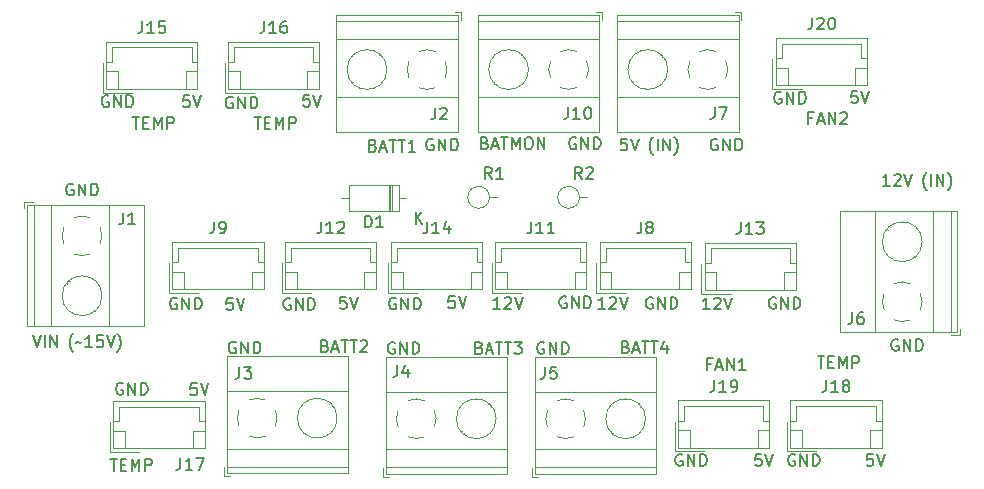
<source format=gbr>
%TF.GenerationSoftware,KiCad,Pcbnew,(7.0.0-0)*%
%TF.CreationDate,2023-08-08T20:11:38-05:00*%
%TF.ProjectId,DingoPCB,44696e67-6f50-4434-922e-6b696361645f,rev?*%
%TF.SameCoordinates,Original*%
%TF.FileFunction,Legend,Top*%
%TF.FilePolarity,Positive*%
%FSLAX46Y46*%
G04 Gerber Fmt 4.6, Leading zero omitted, Abs format (unit mm)*
G04 Created by KiCad (PCBNEW (7.0.0-0)) date 2023-08-08 20:11:38*
%MOMM*%
%LPD*%
G01*
G04 APERTURE LIST*
%ADD10C,0.150000*%
%ADD11C,0.120000*%
G04 APERTURE END LIST*
D10*
X64719104Y-7161200D02*
X64623866Y-7113580D01*
X64623866Y-7113580D02*
X64481009Y-7113580D01*
X64481009Y-7113580D02*
X64338152Y-7161200D01*
X64338152Y-7161200D02*
X64242914Y-7256438D01*
X64242914Y-7256438D02*
X64195295Y-7351676D01*
X64195295Y-7351676D02*
X64147676Y-7542152D01*
X64147676Y-7542152D02*
X64147676Y-7685009D01*
X64147676Y-7685009D02*
X64195295Y-7875485D01*
X64195295Y-7875485D02*
X64242914Y-7970723D01*
X64242914Y-7970723D02*
X64338152Y-8065961D01*
X64338152Y-8065961D02*
X64481009Y-8113580D01*
X64481009Y-8113580D02*
X64576247Y-8113580D01*
X64576247Y-8113580D02*
X64719104Y-8065961D01*
X64719104Y-8065961D02*
X64766723Y-8018342D01*
X64766723Y-8018342D02*
X64766723Y-7685009D01*
X64766723Y-7685009D02*
X64576247Y-7685009D01*
X65195295Y-8113580D02*
X65195295Y-7113580D01*
X65195295Y-7113580D02*
X65766723Y-8113580D01*
X65766723Y-8113580D02*
X65766723Y-7113580D01*
X66242914Y-8113580D02*
X66242914Y-7113580D01*
X66242914Y-7113580D02*
X66481009Y-7113580D01*
X66481009Y-7113580D02*
X66623866Y-7161200D01*
X66623866Y-7161200D02*
X66719104Y-7256438D01*
X66719104Y-7256438D02*
X66766723Y-7351676D01*
X66766723Y-7351676D02*
X66814342Y-7542152D01*
X66814342Y-7542152D02*
X66814342Y-7685009D01*
X66814342Y-7685009D02*
X66766723Y-7875485D01*
X66766723Y-7875485D02*
X66719104Y-7970723D01*
X66719104Y-7970723D02*
X66623866Y-8065961D01*
X66623866Y-8065961D02*
X66481009Y-8113580D01*
X66481009Y-8113580D02*
X66242914Y-8113580D01*
X1365238Y-27738380D02*
X1698571Y-28738380D01*
X1698571Y-28738380D02*
X2031904Y-27738380D01*
X2365238Y-28738380D02*
X2365238Y-27738380D01*
X2841428Y-28738380D02*
X2841428Y-27738380D01*
X2841428Y-27738380D02*
X3412856Y-28738380D01*
X3412856Y-28738380D02*
X3412856Y-27738380D01*
X4774761Y-29119333D02*
X4727142Y-29071714D01*
X4727142Y-29071714D02*
X4631904Y-28928857D01*
X4631904Y-28928857D02*
X4584285Y-28833619D01*
X4584285Y-28833619D02*
X4536666Y-28690761D01*
X4536666Y-28690761D02*
X4489047Y-28452666D01*
X4489047Y-28452666D02*
X4489047Y-28262190D01*
X4489047Y-28262190D02*
X4536666Y-28024095D01*
X4536666Y-28024095D02*
X4584285Y-27881238D01*
X4584285Y-27881238D02*
X4631904Y-27786000D01*
X4631904Y-27786000D02*
X4727142Y-27643142D01*
X4727142Y-27643142D02*
X4774761Y-27595523D01*
X5012857Y-28357428D02*
X5060476Y-28309809D01*
X5060476Y-28309809D02*
X5155714Y-28262190D01*
X5155714Y-28262190D02*
X5346190Y-28357428D01*
X5346190Y-28357428D02*
X5441428Y-28309809D01*
X5441428Y-28309809D02*
X5489047Y-28262190D01*
X6393809Y-28738380D02*
X5822381Y-28738380D01*
X6108095Y-28738380D02*
X6108095Y-27738380D01*
X6108095Y-27738380D02*
X6012857Y-27881238D01*
X6012857Y-27881238D02*
X5917619Y-27976476D01*
X5917619Y-27976476D02*
X5822381Y-28024095D01*
X7298571Y-27738380D02*
X6822381Y-27738380D01*
X6822381Y-27738380D02*
X6774762Y-28214571D01*
X6774762Y-28214571D02*
X6822381Y-28166952D01*
X6822381Y-28166952D02*
X6917619Y-28119333D01*
X6917619Y-28119333D02*
X7155714Y-28119333D01*
X7155714Y-28119333D02*
X7250952Y-28166952D01*
X7250952Y-28166952D02*
X7298571Y-28214571D01*
X7298571Y-28214571D02*
X7346190Y-28309809D01*
X7346190Y-28309809D02*
X7346190Y-28547904D01*
X7346190Y-28547904D02*
X7298571Y-28643142D01*
X7298571Y-28643142D02*
X7250952Y-28690761D01*
X7250952Y-28690761D02*
X7155714Y-28738380D01*
X7155714Y-28738380D02*
X6917619Y-28738380D01*
X6917619Y-28738380D02*
X6822381Y-28690761D01*
X6822381Y-28690761D02*
X6774762Y-28643142D01*
X7631905Y-27738380D02*
X7965238Y-28738380D01*
X7965238Y-28738380D02*
X8298571Y-27738380D01*
X8536667Y-29119333D02*
X8584286Y-29071714D01*
X8584286Y-29071714D02*
X8679524Y-28928857D01*
X8679524Y-28928857D02*
X8727143Y-28833619D01*
X8727143Y-28833619D02*
X8774762Y-28690761D01*
X8774762Y-28690761D02*
X8822381Y-28452666D01*
X8822381Y-28452666D02*
X8822381Y-28262190D01*
X8822381Y-28262190D02*
X8774762Y-28024095D01*
X8774762Y-28024095D02*
X8727143Y-27881238D01*
X8727143Y-27881238D02*
X8679524Y-27786000D01*
X8679524Y-27786000D02*
X8584286Y-27643142D01*
X8584286Y-27643142D02*
X8536667Y-27595523D01*
X24793485Y-7367580D02*
X24317295Y-7367580D01*
X24317295Y-7367580D02*
X24269676Y-7843771D01*
X24269676Y-7843771D02*
X24317295Y-7796152D01*
X24317295Y-7796152D02*
X24412533Y-7748533D01*
X24412533Y-7748533D02*
X24650628Y-7748533D01*
X24650628Y-7748533D02*
X24745866Y-7796152D01*
X24745866Y-7796152D02*
X24793485Y-7843771D01*
X24793485Y-7843771D02*
X24841104Y-7939009D01*
X24841104Y-7939009D02*
X24841104Y-8177104D01*
X24841104Y-8177104D02*
X24793485Y-8272342D01*
X24793485Y-8272342D02*
X24745866Y-8319961D01*
X24745866Y-8319961D02*
X24650628Y-8367580D01*
X24650628Y-8367580D02*
X24412533Y-8367580D01*
X24412533Y-8367580D02*
X24317295Y-8319961D01*
X24317295Y-8319961D02*
X24269676Y-8272342D01*
X25126819Y-7367580D02*
X25460152Y-8367580D01*
X25460152Y-8367580D02*
X25793485Y-7367580D01*
X56337104Y-37844400D02*
X56241866Y-37796780D01*
X56241866Y-37796780D02*
X56099009Y-37796780D01*
X56099009Y-37796780D02*
X55956152Y-37844400D01*
X55956152Y-37844400D02*
X55860914Y-37939638D01*
X55860914Y-37939638D02*
X55813295Y-38034876D01*
X55813295Y-38034876D02*
X55765676Y-38225352D01*
X55765676Y-38225352D02*
X55765676Y-38368209D01*
X55765676Y-38368209D02*
X55813295Y-38558685D01*
X55813295Y-38558685D02*
X55860914Y-38653923D01*
X55860914Y-38653923D02*
X55956152Y-38749161D01*
X55956152Y-38749161D02*
X56099009Y-38796780D01*
X56099009Y-38796780D02*
X56194247Y-38796780D01*
X56194247Y-38796780D02*
X56337104Y-38749161D01*
X56337104Y-38749161D02*
X56384723Y-38701542D01*
X56384723Y-38701542D02*
X56384723Y-38368209D01*
X56384723Y-38368209D02*
X56194247Y-38368209D01*
X56813295Y-38796780D02*
X56813295Y-37796780D01*
X56813295Y-37796780D02*
X57384723Y-38796780D01*
X57384723Y-38796780D02*
X57384723Y-37796780D01*
X57860914Y-38796780D02*
X57860914Y-37796780D01*
X57860914Y-37796780D02*
X58099009Y-37796780D01*
X58099009Y-37796780D02*
X58241866Y-37844400D01*
X58241866Y-37844400D02*
X58337104Y-37939638D01*
X58337104Y-37939638D02*
X58384723Y-38034876D01*
X58384723Y-38034876D02*
X58432342Y-38225352D01*
X58432342Y-38225352D02*
X58432342Y-38368209D01*
X58432342Y-38368209D02*
X58384723Y-38558685D01*
X58384723Y-38558685D02*
X58337104Y-38653923D01*
X58337104Y-38653923D02*
X58241866Y-38749161D01*
X58241866Y-38749161D02*
X58099009Y-38796780D01*
X58099009Y-38796780D02*
X57860914Y-38796780D01*
X58673904Y-25537980D02*
X58102476Y-25537980D01*
X58388190Y-25537980D02*
X58388190Y-24537980D01*
X58388190Y-24537980D02*
X58292952Y-24680838D01*
X58292952Y-24680838D02*
X58197714Y-24776076D01*
X58197714Y-24776076D02*
X58102476Y-24823695D01*
X59054857Y-24633219D02*
X59102476Y-24585600D01*
X59102476Y-24585600D02*
X59197714Y-24537980D01*
X59197714Y-24537980D02*
X59435809Y-24537980D01*
X59435809Y-24537980D02*
X59531047Y-24585600D01*
X59531047Y-24585600D02*
X59578666Y-24633219D01*
X59578666Y-24633219D02*
X59626285Y-24728457D01*
X59626285Y-24728457D02*
X59626285Y-24823695D01*
X59626285Y-24823695D02*
X59578666Y-24966552D01*
X59578666Y-24966552D02*
X59007238Y-25537980D01*
X59007238Y-25537980D02*
X59626285Y-25537980D01*
X59912000Y-24537980D02*
X60245333Y-25537980D01*
X60245333Y-25537980D02*
X60578666Y-24537980D01*
X4775104Y-14933600D02*
X4679866Y-14885980D01*
X4679866Y-14885980D02*
X4537009Y-14885980D01*
X4537009Y-14885980D02*
X4394152Y-14933600D01*
X4394152Y-14933600D02*
X4298914Y-15028838D01*
X4298914Y-15028838D02*
X4251295Y-15124076D01*
X4251295Y-15124076D02*
X4203676Y-15314552D01*
X4203676Y-15314552D02*
X4203676Y-15457409D01*
X4203676Y-15457409D02*
X4251295Y-15647885D01*
X4251295Y-15647885D02*
X4298914Y-15743123D01*
X4298914Y-15743123D02*
X4394152Y-15838361D01*
X4394152Y-15838361D02*
X4537009Y-15885980D01*
X4537009Y-15885980D02*
X4632247Y-15885980D01*
X4632247Y-15885980D02*
X4775104Y-15838361D01*
X4775104Y-15838361D02*
X4822723Y-15790742D01*
X4822723Y-15790742D02*
X4822723Y-15457409D01*
X4822723Y-15457409D02*
X4632247Y-15457409D01*
X5251295Y-15885980D02*
X5251295Y-14885980D01*
X5251295Y-14885980D02*
X5822723Y-15885980D01*
X5822723Y-15885980D02*
X5822723Y-14885980D01*
X6298914Y-15885980D02*
X6298914Y-14885980D01*
X6298914Y-14885980D02*
X6537009Y-14885980D01*
X6537009Y-14885980D02*
X6679866Y-14933600D01*
X6679866Y-14933600D02*
X6775104Y-15028838D01*
X6775104Y-15028838D02*
X6822723Y-15124076D01*
X6822723Y-15124076D02*
X6870342Y-15314552D01*
X6870342Y-15314552D02*
X6870342Y-15457409D01*
X6870342Y-15457409D02*
X6822723Y-15647885D01*
X6822723Y-15647885D02*
X6775104Y-15743123D01*
X6775104Y-15743123D02*
X6679866Y-15838361D01*
X6679866Y-15838361D02*
X6537009Y-15885980D01*
X6537009Y-15885980D02*
X6298914Y-15885980D01*
X39179428Y-28773371D02*
X39322285Y-28820990D01*
X39322285Y-28820990D02*
X39369904Y-28868609D01*
X39369904Y-28868609D02*
X39417523Y-28963847D01*
X39417523Y-28963847D02*
X39417523Y-29106704D01*
X39417523Y-29106704D02*
X39369904Y-29201942D01*
X39369904Y-29201942D02*
X39322285Y-29249561D01*
X39322285Y-29249561D02*
X39227047Y-29297180D01*
X39227047Y-29297180D02*
X38846095Y-29297180D01*
X38846095Y-29297180D02*
X38846095Y-28297180D01*
X38846095Y-28297180D02*
X39179428Y-28297180D01*
X39179428Y-28297180D02*
X39274666Y-28344800D01*
X39274666Y-28344800D02*
X39322285Y-28392419D01*
X39322285Y-28392419D02*
X39369904Y-28487657D01*
X39369904Y-28487657D02*
X39369904Y-28582895D01*
X39369904Y-28582895D02*
X39322285Y-28678133D01*
X39322285Y-28678133D02*
X39274666Y-28725752D01*
X39274666Y-28725752D02*
X39179428Y-28773371D01*
X39179428Y-28773371D02*
X38846095Y-28773371D01*
X39798476Y-29011466D02*
X40274666Y-29011466D01*
X39703238Y-29297180D02*
X40036571Y-28297180D01*
X40036571Y-28297180D02*
X40369904Y-29297180D01*
X40560381Y-28297180D02*
X41131809Y-28297180D01*
X40846095Y-29297180D02*
X40846095Y-28297180D01*
X41322286Y-28297180D02*
X41893714Y-28297180D01*
X41608000Y-29297180D02*
X41608000Y-28297180D01*
X42131810Y-28297180D02*
X42750857Y-28297180D01*
X42750857Y-28297180D02*
X42417524Y-28678133D01*
X42417524Y-28678133D02*
X42560381Y-28678133D01*
X42560381Y-28678133D02*
X42655619Y-28725752D01*
X42655619Y-28725752D02*
X42703238Y-28773371D01*
X42703238Y-28773371D02*
X42750857Y-28868609D01*
X42750857Y-28868609D02*
X42750857Y-29106704D01*
X42750857Y-29106704D02*
X42703238Y-29201942D01*
X42703238Y-29201942D02*
X42655619Y-29249561D01*
X42655619Y-29249561D02*
X42560381Y-29297180D01*
X42560381Y-29297180D02*
X42274667Y-29297180D01*
X42274667Y-29297180D02*
X42179429Y-29249561D01*
X42179429Y-29249561D02*
X42131810Y-29201942D01*
X51666685Y-11075980D02*
X51190495Y-11075980D01*
X51190495Y-11075980D02*
X51142876Y-11552171D01*
X51142876Y-11552171D02*
X51190495Y-11504552D01*
X51190495Y-11504552D02*
X51285733Y-11456933D01*
X51285733Y-11456933D02*
X51523828Y-11456933D01*
X51523828Y-11456933D02*
X51619066Y-11504552D01*
X51619066Y-11504552D02*
X51666685Y-11552171D01*
X51666685Y-11552171D02*
X51714304Y-11647409D01*
X51714304Y-11647409D02*
X51714304Y-11885504D01*
X51714304Y-11885504D02*
X51666685Y-11980742D01*
X51666685Y-11980742D02*
X51619066Y-12028361D01*
X51619066Y-12028361D02*
X51523828Y-12075980D01*
X51523828Y-12075980D02*
X51285733Y-12075980D01*
X51285733Y-12075980D02*
X51190495Y-12028361D01*
X51190495Y-12028361D02*
X51142876Y-11980742D01*
X52000019Y-11075980D02*
X52333352Y-12075980D01*
X52333352Y-12075980D02*
X52666685Y-11075980D01*
X53885733Y-12456933D02*
X53838114Y-12409314D01*
X53838114Y-12409314D02*
X53742876Y-12266457D01*
X53742876Y-12266457D02*
X53695257Y-12171219D01*
X53695257Y-12171219D02*
X53647638Y-12028361D01*
X53647638Y-12028361D02*
X53600019Y-11790266D01*
X53600019Y-11790266D02*
X53600019Y-11599790D01*
X53600019Y-11599790D02*
X53647638Y-11361695D01*
X53647638Y-11361695D02*
X53695257Y-11218838D01*
X53695257Y-11218838D02*
X53742876Y-11123600D01*
X53742876Y-11123600D02*
X53838114Y-10980742D01*
X53838114Y-10980742D02*
X53885733Y-10933123D01*
X54266686Y-12075980D02*
X54266686Y-11075980D01*
X54742876Y-12075980D02*
X54742876Y-11075980D01*
X54742876Y-11075980D02*
X55314304Y-12075980D01*
X55314304Y-12075980D02*
X55314304Y-11075980D01*
X55695257Y-12456933D02*
X55742876Y-12409314D01*
X55742876Y-12409314D02*
X55838114Y-12266457D01*
X55838114Y-12266457D02*
X55885733Y-12171219D01*
X55885733Y-12171219D02*
X55933352Y-12028361D01*
X55933352Y-12028361D02*
X55980971Y-11790266D01*
X55980971Y-11790266D02*
X55980971Y-11599790D01*
X55980971Y-11599790D02*
X55933352Y-11361695D01*
X55933352Y-11361695D02*
X55885733Y-11218838D01*
X55885733Y-11218838D02*
X55838114Y-11123600D01*
X55838114Y-11123600D02*
X55742876Y-10980742D01*
X55742876Y-10980742D02*
X55695257Y-10933123D01*
X44643904Y-28367000D02*
X44548666Y-28319380D01*
X44548666Y-28319380D02*
X44405809Y-28319380D01*
X44405809Y-28319380D02*
X44262952Y-28367000D01*
X44262952Y-28367000D02*
X44167714Y-28462238D01*
X44167714Y-28462238D02*
X44120095Y-28557476D01*
X44120095Y-28557476D02*
X44072476Y-28747952D01*
X44072476Y-28747952D02*
X44072476Y-28890809D01*
X44072476Y-28890809D02*
X44120095Y-29081285D01*
X44120095Y-29081285D02*
X44167714Y-29176523D01*
X44167714Y-29176523D02*
X44262952Y-29271761D01*
X44262952Y-29271761D02*
X44405809Y-29319380D01*
X44405809Y-29319380D02*
X44501047Y-29319380D01*
X44501047Y-29319380D02*
X44643904Y-29271761D01*
X44643904Y-29271761D02*
X44691523Y-29224142D01*
X44691523Y-29224142D02*
X44691523Y-28890809D01*
X44691523Y-28890809D02*
X44501047Y-28890809D01*
X45120095Y-29319380D02*
X45120095Y-28319380D01*
X45120095Y-28319380D02*
X45691523Y-29319380D01*
X45691523Y-29319380D02*
X45691523Y-28319380D01*
X46167714Y-29319380D02*
X46167714Y-28319380D01*
X46167714Y-28319380D02*
X46405809Y-28319380D01*
X46405809Y-28319380D02*
X46548666Y-28367000D01*
X46548666Y-28367000D02*
X46643904Y-28462238D01*
X46643904Y-28462238D02*
X46691523Y-28557476D01*
X46691523Y-28557476D02*
X46739142Y-28747952D01*
X46739142Y-28747952D02*
X46739142Y-28890809D01*
X46739142Y-28890809D02*
X46691523Y-29081285D01*
X46691523Y-29081285D02*
X46643904Y-29176523D01*
X46643904Y-29176523D02*
X46548666Y-29271761D01*
X46548666Y-29271761D02*
X46405809Y-29319380D01*
X46405809Y-29319380D02*
X46167714Y-29319380D01*
X23164704Y-24636400D02*
X23069466Y-24588780D01*
X23069466Y-24588780D02*
X22926609Y-24588780D01*
X22926609Y-24588780D02*
X22783752Y-24636400D01*
X22783752Y-24636400D02*
X22688514Y-24731638D01*
X22688514Y-24731638D02*
X22640895Y-24826876D01*
X22640895Y-24826876D02*
X22593276Y-25017352D01*
X22593276Y-25017352D02*
X22593276Y-25160209D01*
X22593276Y-25160209D02*
X22640895Y-25350685D01*
X22640895Y-25350685D02*
X22688514Y-25445923D01*
X22688514Y-25445923D02*
X22783752Y-25541161D01*
X22783752Y-25541161D02*
X22926609Y-25588780D01*
X22926609Y-25588780D02*
X23021847Y-25588780D01*
X23021847Y-25588780D02*
X23164704Y-25541161D01*
X23164704Y-25541161D02*
X23212323Y-25493542D01*
X23212323Y-25493542D02*
X23212323Y-25160209D01*
X23212323Y-25160209D02*
X23021847Y-25160209D01*
X23640895Y-25588780D02*
X23640895Y-24588780D01*
X23640895Y-24588780D02*
X24212323Y-25588780D01*
X24212323Y-25588780D02*
X24212323Y-24588780D01*
X24688514Y-25588780D02*
X24688514Y-24588780D01*
X24688514Y-24588780D02*
X24926609Y-24588780D01*
X24926609Y-24588780D02*
X25069466Y-24636400D01*
X25069466Y-24636400D02*
X25164704Y-24731638D01*
X25164704Y-24731638D02*
X25212323Y-24826876D01*
X25212323Y-24826876D02*
X25259942Y-25017352D01*
X25259942Y-25017352D02*
X25259942Y-25160209D01*
X25259942Y-25160209D02*
X25212323Y-25350685D01*
X25212323Y-25350685D02*
X25164704Y-25445923D01*
X25164704Y-25445923D02*
X25069466Y-25541161D01*
X25069466Y-25541161D02*
X24926609Y-25588780D01*
X24926609Y-25588780D02*
X24688514Y-25588780D01*
X64261904Y-24534800D02*
X64166666Y-24487180D01*
X64166666Y-24487180D02*
X64023809Y-24487180D01*
X64023809Y-24487180D02*
X63880952Y-24534800D01*
X63880952Y-24534800D02*
X63785714Y-24630038D01*
X63785714Y-24630038D02*
X63738095Y-24725276D01*
X63738095Y-24725276D02*
X63690476Y-24915752D01*
X63690476Y-24915752D02*
X63690476Y-25058609D01*
X63690476Y-25058609D02*
X63738095Y-25249085D01*
X63738095Y-25249085D02*
X63785714Y-25344323D01*
X63785714Y-25344323D02*
X63880952Y-25439561D01*
X63880952Y-25439561D02*
X64023809Y-25487180D01*
X64023809Y-25487180D02*
X64119047Y-25487180D01*
X64119047Y-25487180D02*
X64261904Y-25439561D01*
X64261904Y-25439561D02*
X64309523Y-25391942D01*
X64309523Y-25391942D02*
X64309523Y-25058609D01*
X64309523Y-25058609D02*
X64119047Y-25058609D01*
X64738095Y-25487180D02*
X64738095Y-24487180D01*
X64738095Y-24487180D02*
X65309523Y-25487180D01*
X65309523Y-25487180D02*
X65309523Y-24487180D01*
X65785714Y-25487180D02*
X65785714Y-24487180D01*
X65785714Y-24487180D02*
X66023809Y-24487180D01*
X66023809Y-24487180D02*
X66166666Y-24534800D01*
X66166666Y-24534800D02*
X66261904Y-24630038D01*
X66261904Y-24630038D02*
X66309523Y-24725276D01*
X66309523Y-24725276D02*
X66357142Y-24915752D01*
X66357142Y-24915752D02*
X66357142Y-25058609D01*
X66357142Y-25058609D02*
X66309523Y-25249085D01*
X66309523Y-25249085D02*
X66261904Y-25344323D01*
X66261904Y-25344323D02*
X66166666Y-25439561D01*
X66166666Y-25439561D02*
X66023809Y-25487180D01*
X66023809Y-25487180D02*
X65785714Y-25487180D01*
X20110438Y-9247180D02*
X20681866Y-9247180D01*
X20396152Y-10247180D02*
X20396152Y-9247180D01*
X21015200Y-9723371D02*
X21348533Y-9723371D01*
X21491390Y-10247180D02*
X21015200Y-10247180D01*
X21015200Y-10247180D02*
X21015200Y-9247180D01*
X21015200Y-9247180D02*
X21491390Y-9247180D01*
X21919962Y-10247180D02*
X21919962Y-9247180D01*
X21919962Y-9247180D02*
X22253295Y-9961466D01*
X22253295Y-9961466D02*
X22586628Y-9247180D01*
X22586628Y-9247180D02*
X22586628Y-10247180D01*
X23062819Y-10247180D02*
X23062819Y-9247180D01*
X23062819Y-9247180D02*
X23443771Y-9247180D01*
X23443771Y-9247180D02*
X23539009Y-9294800D01*
X23539009Y-9294800D02*
X23586628Y-9342419D01*
X23586628Y-9342419D02*
X23634247Y-9437657D01*
X23634247Y-9437657D02*
X23634247Y-9580514D01*
X23634247Y-9580514D02*
X23586628Y-9675752D01*
X23586628Y-9675752D02*
X23539009Y-9723371D01*
X23539009Y-9723371D02*
X23443771Y-9770990D01*
X23443771Y-9770990D02*
X23062819Y-9770990D01*
X27892285Y-24487180D02*
X27416095Y-24487180D01*
X27416095Y-24487180D02*
X27368476Y-24963371D01*
X27368476Y-24963371D02*
X27416095Y-24915752D01*
X27416095Y-24915752D02*
X27511333Y-24868133D01*
X27511333Y-24868133D02*
X27749428Y-24868133D01*
X27749428Y-24868133D02*
X27844666Y-24915752D01*
X27844666Y-24915752D02*
X27892285Y-24963371D01*
X27892285Y-24963371D02*
X27939904Y-25058609D01*
X27939904Y-25058609D02*
X27939904Y-25296704D01*
X27939904Y-25296704D02*
X27892285Y-25391942D01*
X27892285Y-25391942D02*
X27844666Y-25439561D01*
X27844666Y-25439561D02*
X27749428Y-25487180D01*
X27749428Y-25487180D02*
X27511333Y-25487180D01*
X27511333Y-25487180D02*
X27416095Y-25439561D01*
X27416095Y-25439561D02*
X27368476Y-25391942D01*
X28225619Y-24487180D02*
X28558952Y-25487180D01*
X28558952Y-25487180D02*
X28892285Y-24487180D01*
X7772304Y-7466000D02*
X7677066Y-7418380D01*
X7677066Y-7418380D02*
X7534209Y-7418380D01*
X7534209Y-7418380D02*
X7391352Y-7466000D01*
X7391352Y-7466000D02*
X7296114Y-7561238D01*
X7296114Y-7561238D02*
X7248495Y-7656476D01*
X7248495Y-7656476D02*
X7200876Y-7846952D01*
X7200876Y-7846952D02*
X7200876Y-7989809D01*
X7200876Y-7989809D02*
X7248495Y-8180285D01*
X7248495Y-8180285D02*
X7296114Y-8275523D01*
X7296114Y-8275523D02*
X7391352Y-8370761D01*
X7391352Y-8370761D02*
X7534209Y-8418380D01*
X7534209Y-8418380D02*
X7629447Y-8418380D01*
X7629447Y-8418380D02*
X7772304Y-8370761D01*
X7772304Y-8370761D02*
X7819923Y-8323142D01*
X7819923Y-8323142D02*
X7819923Y-7989809D01*
X7819923Y-7989809D02*
X7629447Y-7989809D01*
X8248495Y-8418380D02*
X8248495Y-7418380D01*
X8248495Y-7418380D02*
X8819923Y-8418380D01*
X8819923Y-8418380D02*
X8819923Y-7418380D01*
X9296114Y-8418380D02*
X9296114Y-7418380D01*
X9296114Y-7418380D02*
X9534209Y-7418380D01*
X9534209Y-7418380D02*
X9677066Y-7466000D01*
X9677066Y-7466000D02*
X9772304Y-7561238D01*
X9772304Y-7561238D02*
X9819923Y-7656476D01*
X9819923Y-7656476D02*
X9867542Y-7846952D01*
X9867542Y-7846952D02*
X9867542Y-7989809D01*
X9867542Y-7989809D02*
X9819923Y-8180285D01*
X9819923Y-8180285D02*
X9772304Y-8275523D01*
X9772304Y-8275523D02*
X9677066Y-8370761D01*
X9677066Y-8370761D02*
X9534209Y-8418380D01*
X9534209Y-8418380D02*
X9296114Y-8418380D01*
X73913904Y-15073180D02*
X73342476Y-15073180D01*
X73628190Y-15073180D02*
X73628190Y-14073180D01*
X73628190Y-14073180D02*
X73532952Y-14216038D01*
X73532952Y-14216038D02*
X73437714Y-14311276D01*
X73437714Y-14311276D02*
X73342476Y-14358895D01*
X74294857Y-14168419D02*
X74342476Y-14120800D01*
X74342476Y-14120800D02*
X74437714Y-14073180D01*
X74437714Y-14073180D02*
X74675809Y-14073180D01*
X74675809Y-14073180D02*
X74771047Y-14120800D01*
X74771047Y-14120800D02*
X74818666Y-14168419D01*
X74818666Y-14168419D02*
X74866285Y-14263657D01*
X74866285Y-14263657D02*
X74866285Y-14358895D01*
X74866285Y-14358895D02*
X74818666Y-14501752D01*
X74818666Y-14501752D02*
X74247238Y-15073180D01*
X74247238Y-15073180D02*
X74866285Y-15073180D01*
X75152000Y-14073180D02*
X75485333Y-15073180D01*
X75485333Y-15073180D02*
X75818666Y-14073180D01*
X77037714Y-15454133D02*
X76990095Y-15406514D01*
X76990095Y-15406514D02*
X76894857Y-15263657D01*
X76894857Y-15263657D02*
X76847238Y-15168419D01*
X76847238Y-15168419D02*
X76799619Y-15025561D01*
X76799619Y-15025561D02*
X76752000Y-14787466D01*
X76752000Y-14787466D02*
X76752000Y-14596990D01*
X76752000Y-14596990D02*
X76799619Y-14358895D01*
X76799619Y-14358895D02*
X76847238Y-14216038D01*
X76847238Y-14216038D02*
X76894857Y-14120800D01*
X76894857Y-14120800D02*
X76990095Y-13977942D01*
X76990095Y-13977942D02*
X77037714Y-13930323D01*
X77418667Y-15073180D02*
X77418667Y-14073180D01*
X77894857Y-15073180D02*
X77894857Y-14073180D01*
X77894857Y-14073180D02*
X78466285Y-15073180D01*
X78466285Y-15073180D02*
X78466285Y-14073180D01*
X78847238Y-15454133D02*
X78894857Y-15406514D01*
X78894857Y-15406514D02*
X78990095Y-15263657D01*
X78990095Y-15263657D02*
X79037714Y-15168419D01*
X79037714Y-15168419D02*
X79085333Y-15025561D01*
X79085333Y-15025561D02*
X79132952Y-14787466D01*
X79132952Y-14787466D02*
X79132952Y-14596990D01*
X79132952Y-14596990D02*
X79085333Y-14358895D01*
X79085333Y-14358895D02*
X79037714Y-14216038D01*
X79037714Y-14216038D02*
X78990095Y-14120800D01*
X78990095Y-14120800D02*
X78894857Y-13977942D01*
X78894857Y-13977942D02*
X78847238Y-13930323D01*
X74625104Y-28090800D02*
X74529866Y-28043180D01*
X74529866Y-28043180D02*
X74387009Y-28043180D01*
X74387009Y-28043180D02*
X74244152Y-28090800D01*
X74244152Y-28090800D02*
X74148914Y-28186038D01*
X74148914Y-28186038D02*
X74101295Y-28281276D01*
X74101295Y-28281276D02*
X74053676Y-28471752D01*
X74053676Y-28471752D02*
X74053676Y-28614609D01*
X74053676Y-28614609D02*
X74101295Y-28805085D01*
X74101295Y-28805085D02*
X74148914Y-28900323D01*
X74148914Y-28900323D02*
X74244152Y-28995561D01*
X74244152Y-28995561D02*
X74387009Y-29043180D01*
X74387009Y-29043180D02*
X74482247Y-29043180D01*
X74482247Y-29043180D02*
X74625104Y-28995561D01*
X74625104Y-28995561D02*
X74672723Y-28947942D01*
X74672723Y-28947942D02*
X74672723Y-28614609D01*
X74672723Y-28614609D02*
X74482247Y-28614609D01*
X75101295Y-29043180D02*
X75101295Y-28043180D01*
X75101295Y-28043180D02*
X75672723Y-29043180D01*
X75672723Y-29043180D02*
X75672723Y-28043180D01*
X76148914Y-29043180D02*
X76148914Y-28043180D01*
X76148914Y-28043180D02*
X76387009Y-28043180D01*
X76387009Y-28043180D02*
X76529866Y-28090800D01*
X76529866Y-28090800D02*
X76625104Y-28186038D01*
X76625104Y-28186038D02*
X76672723Y-28281276D01*
X76672723Y-28281276D02*
X76720342Y-28471752D01*
X76720342Y-28471752D02*
X76720342Y-28614609D01*
X76720342Y-28614609D02*
X76672723Y-28805085D01*
X76672723Y-28805085D02*
X76625104Y-28900323D01*
X76625104Y-28900323D02*
X76529866Y-28995561D01*
X76529866Y-28995561D02*
X76387009Y-29043180D01*
X76387009Y-29043180D02*
X76148914Y-29043180D01*
X18287904Y-7567600D02*
X18192666Y-7519980D01*
X18192666Y-7519980D02*
X18049809Y-7519980D01*
X18049809Y-7519980D02*
X17906952Y-7567600D01*
X17906952Y-7567600D02*
X17811714Y-7662838D01*
X17811714Y-7662838D02*
X17764095Y-7758076D01*
X17764095Y-7758076D02*
X17716476Y-7948552D01*
X17716476Y-7948552D02*
X17716476Y-8091409D01*
X17716476Y-8091409D02*
X17764095Y-8281885D01*
X17764095Y-8281885D02*
X17811714Y-8377123D01*
X17811714Y-8377123D02*
X17906952Y-8472361D01*
X17906952Y-8472361D02*
X18049809Y-8519980D01*
X18049809Y-8519980D02*
X18145047Y-8519980D01*
X18145047Y-8519980D02*
X18287904Y-8472361D01*
X18287904Y-8472361D02*
X18335523Y-8424742D01*
X18335523Y-8424742D02*
X18335523Y-8091409D01*
X18335523Y-8091409D02*
X18145047Y-8091409D01*
X18764095Y-8519980D02*
X18764095Y-7519980D01*
X18764095Y-7519980D02*
X19335523Y-8519980D01*
X19335523Y-8519980D02*
X19335523Y-7519980D01*
X19811714Y-8519980D02*
X19811714Y-7519980D01*
X19811714Y-7519980D02*
X20049809Y-7519980D01*
X20049809Y-7519980D02*
X20192666Y-7567600D01*
X20192666Y-7567600D02*
X20287904Y-7662838D01*
X20287904Y-7662838D02*
X20335523Y-7758076D01*
X20335523Y-7758076D02*
X20383142Y-7948552D01*
X20383142Y-7948552D02*
X20383142Y-8091409D01*
X20383142Y-8091409D02*
X20335523Y-8281885D01*
X20335523Y-8281885D02*
X20287904Y-8377123D01*
X20287904Y-8377123D02*
X20192666Y-8472361D01*
X20192666Y-8472361D02*
X20049809Y-8519980D01*
X20049809Y-8519980D02*
X19811714Y-8519980D01*
X59334304Y-11123600D02*
X59239066Y-11075980D01*
X59239066Y-11075980D02*
X59096209Y-11075980D01*
X59096209Y-11075980D02*
X58953352Y-11123600D01*
X58953352Y-11123600D02*
X58858114Y-11218838D01*
X58858114Y-11218838D02*
X58810495Y-11314076D01*
X58810495Y-11314076D02*
X58762876Y-11504552D01*
X58762876Y-11504552D02*
X58762876Y-11647409D01*
X58762876Y-11647409D02*
X58810495Y-11837885D01*
X58810495Y-11837885D02*
X58858114Y-11933123D01*
X58858114Y-11933123D02*
X58953352Y-12028361D01*
X58953352Y-12028361D02*
X59096209Y-12075980D01*
X59096209Y-12075980D02*
X59191447Y-12075980D01*
X59191447Y-12075980D02*
X59334304Y-12028361D01*
X59334304Y-12028361D02*
X59381923Y-11980742D01*
X59381923Y-11980742D02*
X59381923Y-11647409D01*
X59381923Y-11647409D02*
X59191447Y-11647409D01*
X59810495Y-12075980D02*
X59810495Y-11075980D01*
X59810495Y-11075980D02*
X60381923Y-12075980D01*
X60381923Y-12075980D02*
X60381923Y-11075980D01*
X60858114Y-12075980D02*
X60858114Y-11075980D01*
X60858114Y-11075980D02*
X61096209Y-11075980D01*
X61096209Y-11075980D02*
X61239066Y-11123600D01*
X61239066Y-11123600D02*
X61334304Y-11218838D01*
X61334304Y-11218838D02*
X61381923Y-11314076D01*
X61381923Y-11314076D02*
X61429542Y-11504552D01*
X61429542Y-11504552D02*
X61429542Y-11647409D01*
X61429542Y-11647409D02*
X61381923Y-11837885D01*
X61381923Y-11837885D02*
X61334304Y-11933123D01*
X61334304Y-11933123D02*
X61239066Y-12028361D01*
X61239066Y-12028361D02*
X61096209Y-12075980D01*
X61096209Y-12075980D02*
X60858114Y-12075980D01*
X71173885Y-7062780D02*
X70697695Y-7062780D01*
X70697695Y-7062780D02*
X70650076Y-7538971D01*
X70650076Y-7538971D02*
X70697695Y-7491352D01*
X70697695Y-7491352D02*
X70792933Y-7443733D01*
X70792933Y-7443733D02*
X71031028Y-7443733D01*
X71031028Y-7443733D02*
X71126266Y-7491352D01*
X71126266Y-7491352D02*
X71173885Y-7538971D01*
X71173885Y-7538971D02*
X71221504Y-7634209D01*
X71221504Y-7634209D02*
X71221504Y-7872304D01*
X71221504Y-7872304D02*
X71173885Y-7967542D01*
X71173885Y-7967542D02*
X71126266Y-8015161D01*
X71126266Y-8015161D02*
X71031028Y-8062780D01*
X71031028Y-8062780D02*
X70792933Y-8062780D01*
X70792933Y-8062780D02*
X70697695Y-8015161D01*
X70697695Y-8015161D02*
X70650076Y-7967542D01*
X71507219Y-7062780D02*
X71840552Y-8062780D01*
X71840552Y-8062780D02*
X72173885Y-7062780D01*
X72494685Y-37796780D02*
X72018495Y-37796780D01*
X72018495Y-37796780D02*
X71970876Y-38272971D01*
X71970876Y-38272971D02*
X72018495Y-38225352D01*
X72018495Y-38225352D02*
X72113733Y-38177733D01*
X72113733Y-38177733D02*
X72351828Y-38177733D01*
X72351828Y-38177733D02*
X72447066Y-38225352D01*
X72447066Y-38225352D02*
X72494685Y-38272971D01*
X72494685Y-38272971D02*
X72542304Y-38368209D01*
X72542304Y-38368209D02*
X72542304Y-38606304D01*
X72542304Y-38606304D02*
X72494685Y-38701542D01*
X72494685Y-38701542D02*
X72447066Y-38749161D01*
X72447066Y-38749161D02*
X72351828Y-38796780D01*
X72351828Y-38796780D02*
X72113733Y-38796780D01*
X72113733Y-38796780D02*
X72018495Y-38749161D01*
X72018495Y-38749161D02*
X71970876Y-38701542D01*
X72828019Y-37796780D02*
X73161352Y-38796780D01*
X73161352Y-38796780D02*
X73494685Y-37796780D01*
X51574628Y-28722571D02*
X51717485Y-28770190D01*
X51717485Y-28770190D02*
X51765104Y-28817809D01*
X51765104Y-28817809D02*
X51812723Y-28913047D01*
X51812723Y-28913047D02*
X51812723Y-29055904D01*
X51812723Y-29055904D02*
X51765104Y-29151142D01*
X51765104Y-29151142D02*
X51717485Y-29198761D01*
X51717485Y-29198761D02*
X51622247Y-29246380D01*
X51622247Y-29246380D02*
X51241295Y-29246380D01*
X51241295Y-29246380D02*
X51241295Y-28246380D01*
X51241295Y-28246380D02*
X51574628Y-28246380D01*
X51574628Y-28246380D02*
X51669866Y-28294000D01*
X51669866Y-28294000D02*
X51717485Y-28341619D01*
X51717485Y-28341619D02*
X51765104Y-28436857D01*
X51765104Y-28436857D02*
X51765104Y-28532095D01*
X51765104Y-28532095D02*
X51717485Y-28627333D01*
X51717485Y-28627333D02*
X51669866Y-28674952D01*
X51669866Y-28674952D02*
X51574628Y-28722571D01*
X51574628Y-28722571D02*
X51241295Y-28722571D01*
X52193676Y-28960666D02*
X52669866Y-28960666D01*
X52098438Y-29246380D02*
X52431771Y-28246380D01*
X52431771Y-28246380D02*
X52765104Y-29246380D01*
X52955581Y-28246380D02*
X53527009Y-28246380D01*
X53241295Y-29246380D02*
X53241295Y-28246380D01*
X53717486Y-28246380D02*
X54288914Y-28246380D01*
X54003200Y-29246380D02*
X54003200Y-28246380D01*
X55050819Y-28579714D02*
X55050819Y-29246380D01*
X54812724Y-28198761D02*
X54574629Y-28913047D01*
X54574629Y-28913047D02*
X55193676Y-28913047D01*
X67811638Y-29516380D02*
X68383066Y-29516380D01*
X68097352Y-30516380D02*
X68097352Y-29516380D01*
X68716400Y-29992571D02*
X69049733Y-29992571D01*
X69192590Y-30516380D02*
X68716400Y-30516380D01*
X68716400Y-30516380D02*
X68716400Y-29516380D01*
X68716400Y-29516380D02*
X69192590Y-29516380D01*
X69621162Y-30516380D02*
X69621162Y-29516380D01*
X69621162Y-29516380D02*
X69954495Y-30230666D01*
X69954495Y-30230666D02*
X70287828Y-29516380D01*
X70287828Y-29516380D02*
X70287828Y-30516380D01*
X70764019Y-30516380D02*
X70764019Y-29516380D01*
X70764019Y-29516380D02*
X71144971Y-29516380D01*
X71144971Y-29516380D02*
X71240209Y-29564000D01*
X71240209Y-29564000D02*
X71287828Y-29611619D01*
X71287828Y-29611619D02*
X71335447Y-29706857D01*
X71335447Y-29706857D02*
X71335447Y-29849714D01*
X71335447Y-29849714D02*
X71287828Y-29944952D01*
X71287828Y-29944952D02*
X71240209Y-29992571D01*
X71240209Y-29992571D02*
X71144971Y-30040190D01*
X71144971Y-30040190D02*
X70764019Y-30040190D01*
X46532704Y-24484000D02*
X46437466Y-24436380D01*
X46437466Y-24436380D02*
X46294609Y-24436380D01*
X46294609Y-24436380D02*
X46151752Y-24484000D01*
X46151752Y-24484000D02*
X46056514Y-24579238D01*
X46056514Y-24579238D02*
X46008895Y-24674476D01*
X46008895Y-24674476D02*
X45961276Y-24864952D01*
X45961276Y-24864952D02*
X45961276Y-25007809D01*
X45961276Y-25007809D02*
X46008895Y-25198285D01*
X46008895Y-25198285D02*
X46056514Y-25293523D01*
X46056514Y-25293523D02*
X46151752Y-25388761D01*
X46151752Y-25388761D02*
X46294609Y-25436380D01*
X46294609Y-25436380D02*
X46389847Y-25436380D01*
X46389847Y-25436380D02*
X46532704Y-25388761D01*
X46532704Y-25388761D02*
X46580323Y-25341142D01*
X46580323Y-25341142D02*
X46580323Y-25007809D01*
X46580323Y-25007809D02*
X46389847Y-25007809D01*
X47008895Y-25436380D02*
X47008895Y-24436380D01*
X47008895Y-24436380D02*
X47580323Y-25436380D01*
X47580323Y-25436380D02*
X47580323Y-24436380D01*
X48056514Y-25436380D02*
X48056514Y-24436380D01*
X48056514Y-24436380D02*
X48294609Y-24436380D01*
X48294609Y-24436380D02*
X48437466Y-24484000D01*
X48437466Y-24484000D02*
X48532704Y-24579238D01*
X48532704Y-24579238D02*
X48580323Y-24674476D01*
X48580323Y-24674476D02*
X48627942Y-24864952D01*
X48627942Y-24864952D02*
X48627942Y-25007809D01*
X48627942Y-25007809D02*
X48580323Y-25198285D01*
X48580323Y-25198285D02*
X48532704Y-25293523D01*
X48532704Y-25293523D02*
X48437466Y-25388761D01*
X48437466Y-25388761D02*
X48294609Y-25436380D01*
X48294609Y-25436380D02*
X48056514Y-25436380D01*
X63045885Y-37796780D02*
X62569695Y-37796780D01*
X62569695Y-37796780D02*
X62522076Y-38272971D01*
X62522076Y-38272971D02*
X62569695Y-38225352D01*
X62569695Y-38225352D02*
X62664933Y-38177733D01*
X62664933Y-38177733D02*
X62903028Y-38177733D01*
X62903028Y-38177733D02*
X62998266Y-38225352D01*
X62998266Y-38225352D02*
X63045885Y-38272971D01*
X63045885Y-38272971D02*
X63093504Y-38368209D01*
X63093504Y-38368209D02*
X63093504Y-38606304D01*
X63093504Y-38606304D02*
X63045885Y-38701542D01*
X63045885Y-38701542D02*
X62998266Y-38749161D01*
X62998266Y-38749161D02*
X62903028Y-38796780D01*
X62903028Y-38796780D02*
X62664933Y-38796780D01*
X62664933Y-38796780D02*
X62569695Y-38749161D01*
X62569695Y-38749161D02*
X62522076Y-38701542D01*
X63379219Y-37796780D02*
X63712552Y-38796780D01*
X63712552Y-38796780D02*
X64045885Y-37796780D01*
X58788228Y-30144971D02*
X58454895Y-30144971D01*
X58454895Y-30668780D02*
X58454895Y-29668780D01*
X58454895Y-29668780D02*
X58931085Y-29668780D01*
X59264419Y-30383066D02*
X59740609Y-30383066D01*
X59169181Y-30668780D02*
X59502514Y-29668780D01*
X59502514Y-29668780D02*
X59835847Y-30668780D01*
X60169181Y-30668780D02*
X60169181Y-29668780D01*
X60169181Y-29668780D02*
X60740609Y-30668780D01*
X60740609Y-30668780D02*
X60740609Y-29668780D01*
X61740609Y-30668780D02*
X61169181Y-30668780D01*
X61454895Y-30668780D02*
X61454895Y-29668780D01*
X61454895Y-29668780D02*
X61359657Y-29811638D01*
X61359657Y-29811638D02*
X61264419Y-29906876D01*
X61264419Y-29906876D02*
X61169181Y-29954495D01*
X47345504Y-11022000D02*
X47250266Y-10974380D01*
X47250266Y-10974380D02*
X47107409Y-10974380D01*
X47107409Y-10974380D02*
X46964552Y-11022000D01*
X46964552Y-11022000D02*
X46869314Y-11117238D01*
X46869314Y-11117238D02*
X46821695Y-11212476D01*
X46821695Y-11212476D02*
X46774076Y-11402952D01*
X46774076Y-11402952D02*
X46774076Y-11545809D01*
X46774076Y-11545809D02*
X46821695Y-11736285D01*
X46821695Y-11736285D02*
X46869314Y-11831523D01*
X46869314Y-11831523D02*
X46964552Y-11926761D01*
X46964552Y-11926761D02*
X47107409Y-11974380D01*
X47107409Y-11974380D02*
X47202647Y-11974380D01*
X47202647Y-11974380D02*
X47345504Y-11926761D01*
X47345504Y-11926761D02*
X47393123Y-11879142D01*
X47393123Y-11879142D02*
X47393123Y-11545809D01*
X47393123Y-11545809D02*
X47202647Y-11545809D01*
X47821695Y-11974380D02*
X47821695Y-10974380D01*
X47821695Y-10974380D02*
X48393123Y-11974380D01*
X48393123Y-11974380D02*
X48393123Y-10974380D01*
X48869314Y-11974380D02*
X48869314Y-10974380D01*
X48869314Y-10974380D02*
X49107409Y-10974380D01*
X49107409Y-10974380D02*
X49250266Y-11022000D01*
X49250266Y-11022000D02*
X49345504Y-11117238D01*
X49345504Y-11117238D02*
X49393123Y-11212476D01*
X49393123Y-11212476D02*
X49440742Y-11402952D01*
X49440742Y-11402952D02*
X49440742Y-11545809D01*
X49440742Y-11545809D02*
X49393123Y-11736285D01*
X49393123Y-11736285D02*
X49345504Y-11831523D01*
X49345504Y-11831523D02*
X49250266Y-11926761D01*
X49250266Y-11926761D02*
X49107409Y-11974380D01*
X49107409Y-11974380D02*
X48869314Y-11974380D01*
X37087085Y-24436380D02*
X36610895Y-24436380D01*
X36610895Y-24436380D02*
X36563276Y-24912571D01*
X36563276Y-24912571D02*
X36610895Y-24864952D01*
X36610895Y-24864952D02*
X36706133Y-24817333D01*
X36706133Y-24817333D02*
X36944228Y-24817333D01*
X36944228Y-24817333D02*
X37039466Y-24864952D01*
X37039466Y-24864952D02*
X37087085Y-24912571D01*
X37087085Y-24912571D02*
X37134704Y-25007809D01*
X37134704Y-25007809D02*
X37134704Y-25245904D01*
X37134704Y-25245904D02*
X37087085Y-25341142D01*
X37087085Y-25341142D02*
X37039466Y-25388761D01*
X37039466Y-25388761D02*
X36944228Y-25436380D01*
X36944228Y-25436380D02*
X36706133Y-25436380D01*
X36706133Y-25436380D02*
X36610895Y-25388761D01*
X36610895Y-25388761D02*
X36563276Y-25341142D01*
X37420419Y-24436380D02*
X37753752Y-25436380D01*
X37753752Y-25436380D02*
X38087085Y-24436380D01*
X65887504Y-37844400D02*
X65792266Y-37796780D01*
X65792266Y-37796780D02*
X65649409Y-37796780D01*
X65649409Y-37796780D02*
X65506552Y-37844400D01*
X65506552Y-37844400D02*
X65411314Y-37939638D01*
X65411314Y-37939638D02*
X65363695Y-38034876D01*
X65363695Y-38034876D02*
X65316076Y-38225352D01*
X65316076Y-38225352D02*
X65316076Y-38368209D01*
X65316076Y-38368209D02*
X65363695Y-38558685D01*
X65363695Y-38558685D02*
X65411314Y-38653923D01*
X65411314Y-38653923D02*
X65506552Y-38749161D01*
X65506552Y-38749161D02*
X65649409Y-38796780D01*
X65649409Y-38796780D02*
X65744647Y-38796780D01*
X65744647Y-38796780D02*
X65887504Y-38749161D01*
X65887504Y-38749161D02*
X65935123Y-38701542D01*
X65935123Y-38701542D02*
X65935123Y-38368209D01*
X65935123Y-38368209D02*
X65744647Y-38368209D01*
X66363695Y-38796780D02*
X66363695Y-37796780D01*
X66363695Y-37796780D02*
X66935123Y-38796780D01*
X66935123Y-38796780D02*
X66935123Y-37796780D01*
X67411314Y-38796780D02*
X67411314Y-37796780D01*
X67411314Y-37796780D02*
X67649409Y-37796780D01*
X67649409Y-37796780D02*
X67792266Y-37844400D01*
X67792266Y-37844400D02*
X67887504Y-37939638D01*
X67887504Y-37939638D02*
X67935123Y-38034876D01*
X67935123Y-38034876D02*
X67982742Y-38225352D01*
X67982742Y-38225352D02*
X67982742Y-38368209D01*
X67982742Y-38368209D02*
X67935123Y-38558685D01*
X67935123Y-38558685D02*
X67887504Y-38653923D01*
X67887504Y-38653923D02*
X67792266Y-38749161D01*
X67792266Y-38749161D02*
X67649409Y-38796780D01*
X67649409Y-38796780D02*
X67411314Y-38796780D01*
X39636628Y-11450571D02*
X39779485Y-11498190D01*
X39779485Y-11498190D02*
X39827104Y-11545809D01*
X39827104Y-11545809D02*
X39874723Y-11641047D01*
X39874723Y-11641047D02*
X39874723Y-11783904D01*
X39874723Y-11783904D02*
X39827104Y-11879142D01*
X39827104Y-11879142D02*
X39779485Y-11926761D01*
X39779485Y-11926761D02*
X39684247Y-11974380D01*
X39684247Y-11974380D02*
X39303295Y-11974380D01*
X39303295Y-11974380D02*
X39303295Y-10974380D01*
X39303295Y-10974380D02*
X39636628Y-10974380D01*
X39636628Y-10974380D02*
X39731866Y-11022000D01*
X39731866Y-11022000D02*
X39779485Y-11069619D01*
X39779485Y-11069619D02*
X39827104Y-11164857D01*
X39827104Y-11164857D02*
X39827104Y-11260095D01*
X39827104Y-11260095D02*
X39779485Y-11355333D01*
X39779485Y-11355333D02*
X39731866Y-11402952D01*
X39731866Y-11402952D02*
X39636628Y-11450571D01*
X39636628Y-11450571D02*
X39303295Y-11450571D01*
X40255676Y-11688666D02*
X40731866Y-11688666D01*
X40160438Y-11974380D02*
X40493771Y-10974380D01*
X40493771Y-10974380D02*
X40827104Y-11974380D01*
X41017581Y-10974380D02*
X41589009Y-10974380D01*
X41303295Y-11974380D02*
X41303295Y-10974380D01*
X41922343Y-11974380D02*
X41922343Y-10974380D01*
X41922343Y-10974380D02*
X42255676Y-11688666D01*
X42255676Y-11688666D02*
X42589009Y-10974380D01*
X42589009Y-10974380D02*
X42589009Y-11974380D01*
X43255676Y-10974380D02*
X43446152Y-10974380D01*
X43446152Y-10974380D02*
X43541390Y-11022000D01*
X43541390Y-11022000D02*
X43636628Y-11117238D01*
X43636628Y-11117238D02*
X43684247Y-11307714D01*
X43684247Y-11307714D02*
X43684247Y-11641047D01*
X43684247Y-11641047D02*
X43636628Y-11831523D01*
X43636628Y-11831523D02*
X43541390Y-11926761D01*
X43541390Y-11926761D02*
X43446152Y-11974380D01*
X43446152Y-11974380D02*
X43255676Y-11974380D01*
X43255676Y-11974380D02*
X43160438Y-11926761D01*
X43160438Y-11926761D02*
X43065200Y-11831523D01*
X43065200Y-11831523D02*
X43017581Y-11641047D01*
X43017581Y-11641047D02*
X43017581Y-11307714D01*
X43017581Y-11307714D02*
X43065200Y-11117238D01*
X43065200Y-11117238D02*
X43160438Y-11022000D01*
X43160438Y-11022000D02*
X43255676Y-10974380D01*
X44112819Y-11974380D02*
X44112819Y-10974380D01*
X44112819Y-10974380D02*
X44684247Y-11974380D01*
X44684247Y-11974380D02*
X44684247Y-10974380D01*
X40944704Y-25487180D02*
X40373276Y-25487180D01*
X40658990Y-25487180D02*
X40658990Y-24487180D01*
X40658990Y-24487180D02*
X40563752Y-24630038D01*
X40563752Y-24630038D02*
X40468514Y-24725276D01*
X40468514Y-24725276D02*
X40373276Y-24772895D01*
X41325657Y-24582419D02*
X41373276Y-24534800D01*
X41373276Y-24534800D02*
X41468514Y-24487180D01*
X41468514Y-24487180D02*
X41706609Y-24487180D01*
X41706609Y-24487180D02*
X41801847Y-24534800D01*
X41801847Y-24534800D02*
X41849466Y-24582419D01*
X41849466Y-24582419D02*
X41897085Y-24677657D01*
X41897085Y-24677657D02*
X41897085Y-24772895D01*
X41897085Y-24772895D02*
X41849466Y-24915752D01*
X41849466Y-24915752D02*
X41278038Y-25487180D01*
X41278038Y-25487180D02*
X41897085Y-25487180D01*
X42182800Y-24487180D02*
X42516133Y-25487180D01*
X42516133Y-25487180D02*
X42849466Y-24487180D01*
X30187828Y-11653771D02*
X30330685Y-11701390D01*
X30330685Y-11701390D02*
X30378304Y-11749009D01*
X30378304Y-11749009D02*
X30425923Y-11844247D01*
X30425923Y-11844247D02*
X30425923Y-11987104D01*
X30425923Y-11987104D02*
X30378304Y-12082342D01*
X30378304Y-12082342D02*
X30330685Y-12129961D01*
X30330685Y-12129961D02*
X30235447Y-12177580D01*
X30235447Y-12177580D02*
X29854495Y-12177580D01*
X29854495Y-12177580D02*
X29854495Y-11177580D01*
X29854495Y-11177580D02*
X30187828Y-11177580D01*
X30187828Y-11177580D02*
X30283066Y-11225200D01*
X30283066Y-11225200D02*
X30330685Y-11272819D01*
X30330685Y-11272819D02*
X30378304Y-11368057D01*
X30378304Y-11368057D02*
X30378304Y-11463295D01*
X30378304Y-11463295D02*
X30330685Y-11558533D01*
X30330685Y-11558533D02*
X30283066Y-11606152D01*
X30283066Y-11606152D02*
X30187828Y-11653771D01*
X30187828Y-11653771D02*
X29854495Y-11653771D01*
X30806876Y-11891866D02*
X31283066Y-11891866D01*
X30711638Y-12177580D02*
X31044971Y-11177580D01*
X31044971Y-11177580D02*
X31378304Y-12177580D01*
X31568781Y-11177580D02*
X32140209Y-11177580D01*
X31854495Y-12177580D02*
X31854495Y-11177580D01*
X32330686Y-11177580D02*
X32902114Y-11177580D01*
X32616400Y-12177580D02*
X32616400Y-11177580D01*
X33759257Y-12177580D02*
X33187829Y-12177580D01*
X33473543Y-12177580D02*
X33473543Y-11177580D01*
X33473543Y-11177580D02*
X33378305Y-11320438D01*
X33378305Y-11320438D02*
X33283067Y-11415676D01*
X33283067Y-11415676D02*
X33187829Y-11463295D01*
X35255104Y-11123600D02*
X35159866Y-11075980D01*
X35159866Y-11075980D02*
X35017009Y-11075980D01*
X35017009Y-11075980D02*
X34874152Y-11123600D01*
X34874152Y-11123600D02*
X34778914Y-11218838D01*
X34778914Y-11218838D02*
X34731295Y-11314076D01*
X34731295Y-11314076D02*
X34683676Y-11504552D01*
X34683676Y-11504552D02*
X34683676Y-11647409D01*
X34683676Y-11647409D02*
X34731295Y-11837885D01*
X34731295Y-11837885D02*
X34778914Y-11933123D01*
X34778914Y-11933123D02*
X34874152Y-12028361D01*
X34874152Y-12028361D02*
X35017009Y-12075980D01*
X35017009Y-12075980D02*
X35112247Y-12075980D01*
X35112247Y-12075980D02*
X35255104Y-12028361D01*
X35255104Y-12028361D02*
X35302723Y-11980742D01*
X35302723Y-11980742D02*
X35302723Y-11647409D01*
X35302723Y-11647409D02*
X35112247Y-11647409D01*
X35731295Y-12075980D02*
X35731295Y-11075980D01*
X35731295Y-11075980D02*
X36302723Y-12075980D01*
X36302723Y-12075980D02*
X36302723Y-11075980D01*
X36778914Y-12075980D02*
X36778914Y-11075980D01*
X36778914Y-11075980D02*
X37017009Y-11075980D01*
X37017009Y-11075980D02*
X37159866Y-11123600D01*
X37159866Y-11123600D02*
X37255104Y-11218838D01*
X37255104Y-11218838D02*
X37302723Y-11314076D01*
X37302723Y-11314076D02*
X37350342Y-11504552D01*
X37350342Y-11504552D02*
X37350342Y-11647409D01*
X37350342Y-11647409D02*
X37302723Y-11837885D01*
X37302723Y-11837885D02*
X37255104Y-11933123D01*
X37255104Y-11933123D02*
X37159866Y-12028361D01*
X37159866Y-12028361D02*
X37017009Y-12075980D01*
X37017009Y-12075980D02*
X36778914Y-12075980D01*
X18291085Y-24588780D02*
X17814895Y-24588780D01*
X17814895Y-24588780D02*
X17767276Y-25064971D01*
X17767276Y-25064971D02*
X17814895Y-25017352D01*
X17814895Y-25017352D02*
X17910133Y-24969733D01*
X17910133Y-24969733D02*
X18148228Y-24969733D01*
X18148228Y-24969733D02*
X18243466Y-25017352D01*
X18243466Y-25017352D02*
X18291085Y-25064971D01*
X18291085Y-25064971D02*
X18338704Y-25160209D01*
X18338704Y-25160209D02*
X18338704Y-25398304D01*
X18338704Y-25398304D02*
X18291085Y-25493542D01*
X18291085Y-25493542D02*
X18243466Y-25541161D01*
X18243466Y-25541161D02*
X18148228Y-25588780D01*
X18148228Y-25588780D02*
X17910133Y-25588780D01*
X17910133Y-25588780D02*
X17814895Y-25541161D01*
X17814895Y-25541161D02*
X17767276Y-25493542D01*
X18624419Y-24588780D02*
X18957752Y-25588780D01*
X18957752Y-25588780D02*
X19291085Y-24588780D01*
X14633485Y-7418380D02*
X14157295Y-7418380D01*
X14157295Y-7418380D02*
X14109676Y-7894571D01*
X14109676Y-7894571D02*
X14157295Y-7846952D01*
X14157295Y-7846952D02*
X14252533Y-7799333D01*
X14252533Y-7799333D02*
X14490628Y-7799333D01*
X14490628Y-7799333D02*
X14585866Y-7846952D01*
X14585866Y-7846952D02*
X14633485Y-7894571D01*
X14633485Y-7894571D02*
X14681104Y-7989809D01*
X14681104Y-7989809D02*
X14681104Y-8227904D01*
X14681104Y-8227904D02*
X14633485Y-8323142D01*
X14633485Y-8323142D02*
X14585866Y-8370761D01*
X14585866Y-8370761D02*
X14490628Y-8418380D01*
X14490628Y-8418380D02*
X14252533Y-8418380D01*
X14252533Y-8418380D02*
X14157295Y-8370761D01*
X14157295Y-8370761D02*
X14109676Y-8323142D01*
X14966819Y-7418380D02*
X15300152Y-8418380D01*
X15300152Y-8418380D02*
X15633485Y-7418380D01*
X53847904Y-24534800D02*
X53752666Y-24487180D01*
X53752666Y-24487180D02*
X53609809Y-24487180D01*
X53609809Y-24487180D02*
X53466952Y-24534800D01*
X53466952Y-24534800D02*
X53371714Y-24630038D01*
X53371714Y-24630038D02*
X53324095Y-24725276D01*
X53324095Y-24725276D02*
X53276476Y-24915752D01*
X53276476Y-24915752D02*
X53276476Y-25058609D01*
X53276476Y-25058609D02*
X53324095Y-25249085D01*
X53324095Y-25249085D02*
X53371714Y-25344323D01*
X53371714Y-25344323D02*
X53466952Y-25439561D01*
X53466952Y-25439561D02*
X53609809Y-25487180D01*
X53609809Y-25487180D02*
X53705047Y-25487180D01*
X53705047Y-25487180D02*
X53847904Y-25439561D01*
X53847904Y-25439561D02*
X53895523Y-25391942D01*
X53895523Y-25391942D02*
X53895523Y-25058609D01*
X53895523Y-25058609D02*
X53705047Y-25058609D01*
X54324095Y-25487180D02*
X54324095Y-24487180D01*
X54324095Y-24487180D02*
X54895523Y-25487180D01*
X54895523Y-25487180D02*
X54895523Y-24487180D01*
X55371714Y-25487180D02*
X55371714Y-24487180D01*
X55371714Y-24487180D02*
X55609809Y-24487180D01*
X55609809Y-24487180D02*
X55752666Y-24534800D01*
X55752666Y-24534800D02*
X55847904Y-24630038D01*
X55847904Y-24630038D02*
X55895523Y-24725276D01*
X55895523Y-24725276D02*
X55943142Y-24915752D01*
X55943142Y-24915752D02*
X55943142Y-25058609D01*
X55943142Y-25058609D02*
X55895523Y-25249085D01*
X55895523Y-25249085D02*
X55847904Y-25344323D01*
X55847904Y-25344323D02*
X55752666Y-25439561D01*
X55752666Y-25439561D02*
X55609809Y-25487180D01*
X55609809Y-25487180D02*
X55371714Y-25487180D01*
X13563504Y-24585600D02*
X13468266Y-24537980D01*
X13468266Y-24537980D02*
X13325409Y-24537980D01*
X13325409Y-24537980D02*
X13182552Y-24585600D01*
X13182552Y-24585600D02*
X13087314Y-24680838D01*
X13087314Y-24680838D02*
X13039695Y-24776076D01*
X13039695Y-24776076D02*
X12992076Y-24966552D01*
X12992076Y-24966552D02*
X12992076Y-25109409D01*
X12992076Y-25109409D02*
X13039695Y-25299885D01*
X13039695Y-25299885D02*
X13087314Y-25395123D01*
X13087314Y-25395123D02*
X13182552Y-25490361D01*
X13182552Y-25490361D02*
X13325409Y-25537980D01*
X13325409Y-25537980D02*
X13420647Y-25537980D01*
X13420647Y-25537980D02*
X13563504Y-25490361D01*
X13563504Y-25490361D02*
X13611123Y-25442742D01*
X13611123Y-25442742D02*
X13611123Y-25109409D01*
X13611123Y-25109409D02*
X13420647Y-25109409D01*
X14039695Y-25537980D02*
X14039695Y-24537980D01*
X14039695Y-24537980D02*
X14611123Y-25537980D01*
X14611123Y-25537980D02*
X14611123Y-24537980D01*
X15087314Y-25537980D02*
X15087314Y-24537980D01*
X15087314Y-24537980D02*
X15325409Y-24537980D01*
X15325409Y-24537980D02*
X15468266Y-24585600D01*
X15468266Y-24585600D02*
X15563504Y-24680838D01*
X15563504Y-24680838D02*
X15611123Y-24776076D01*
X15611123Y-24776076D02*
X15658742Y-24966552D01*
X15658742Y-24966552D02*
X15658742Y-25109409D01*
X15658742Y-25109409D02*
X15611123Y-25299885D01*
X15611123Y-25299885D02*
X15563504Y-25395123D01*
X15563504Y-25395123D02*
X15468266Y-25490361D01*
X15468266Y-25490361D02*
X15325409Y-25537980D01*
X15325409Y-25537980D02*
X15087314Y-25537980D01*
X31994704Y-28367000D02*
X31899466Y-28319380D01*
X31899466Y-28319380D02*
X31756609Y-28319380D01*
X31756609Y-28319380D02*
X31613752Y-28367000D01*
X31613752Y-28367000D02*
X31518514Y-28462238D01*
X31518514Y-28462238D02*
X31470895Y-28557476D01*
X31470895Y-28557476D02*
X31423276Y-28747952D01*
X31423276Y-28747952D02*
X31423276Y-28890809D01*
X31423276Y-28890809D02*
X31470895Y-29081285D01*
X31470895Y-29081285D02*
X31518514Y-29176523D01*
X31518514Y-29176523D02*
X31613752Y-29271761D01*
X31613752Y-29271761D02*
X31756609Y-29319380D01*
X31756609Y-29319380D02*
X31851847Y-29319380D01*
X31851847Y-29319380D02*
X31994704Y-29271761D01*
X31994704Y-29271761D02*
X32042323Y-29224142D01*
X32042323Y-29224142D02*
X32042323Y-28890809D01*
X32042323Y-28890809D02*
X31851847Y-28890809D01*
X32470895Y-29319380D02*
X32470895Y-28319380D01*
X32470895Y-28319380D02*
X33042323Y-29319380D01*
X33042323Y-29319380D02*
X33042323Y-28319380D01*
X33518514Y-29319380D02*
X33518514Y-28319380D01*
X33518514Y-28319380D02*
X33756609Y-28319380D01*
X33756609Y-28319380D02*
X33899466Y-28367000D01*
X33899466Y-28367000D02*
X33994704Y-28462238D01*
X33994704Y-28462238D02*
X34042323Y-28557476D01*
X34042323Y-28557476D02*
X34089942Y-28747952D01*
X34089942Y-28747952D02*
X34089942Y-28890809D01*
X34089942Y-28890809D02*
X34042323Y-29081285D01*
X34042323Y-29081285D02*
X33994704Y-29176523D01*
X33994704Y-29176523D02*
X33899466Y-29271761D01*
X33899466Y-29271761D02*
X33756609Y-29319380D01*
X33756609Y-29319380D02*
X33518514Y-29319380D01*
X67373428Y-9316971D02*
X67040095Y-9316971D01*
X67040095Y-9840780D02*
X67040095Y-8840780D01*
X67040095Y-8840780D02*
X67516285Y-8840780D01*
X67849619Y-9555066D02*
X68325809Y-9555066D01*
X67754381Y-9840780D02*
X68087714Y-8840780D01*
X68087714Y-8840780D02*
X68421047Y-9840780D01*
X68754381Y-9840780D02*
X68754381Y-8840780D01*
X68754381Y-8840780D02*
X69325809Y-9840780D01*
X69325809Y-9840780D02*
X69325809Y-8840780D01*
X69754381Y-8936019D02*
X69802000Y-8888400D01*
X69802000Y-8888400D02*
X69897238Y-8840780D01*
X69897238Y-8840780D02*
X70135333Y-8840780D01*
X70135333Y-8840780D02*
X70230571Y-8888400D01*
X70230571Y-8888400D02*
X70278190Y-8936019D01*
X70278190Y-8936019D02*
X70325809Y-9031257D01*
X70325809Y-9031257D02*
X70325809Y-9126495D01*
X70325809Y-9126495D02*
X70278190Y-9269352D01*
X70278190Y-9269352D02*
X69706762Y-9840780D01*
X69706762Y-9840780D02*
X70325809Y-9840780D01*
X7918438Y-38203180D02*
X8489866Y-38203180D01*
X8204152Y-39203180D02*
X8204152Y-38203180D01*
X8823200Y-38679371D02*
X9156533Y-38679371D01*
X9299390Y-39203180D02*
X8823200Y-39203180D01*
X8823200Y-39203180D02*
X8823200Y-38203180D01*
X8823200Y-38203180D02*
X9299390Y-38203180D01*
X9727962Y-39203180D02*
X9727962Y-38203180D01*
X9727962Y-38203180D02*
X10061295Y-38917466D01*
X10061295Y-38917466D02*
X10394628Y-38203180D01*
X10394628Y-38203180D02*
X10394628Y-39203180D01*
X10870819Y-39203180D02*
X10870819Y-38203180D01*
X10870819Y-38203180D02*
X11251771Y-38203180D01*
X11251771Y-38203180D02*
X11347009Y-38250800D01*
X11347009Y-38250800D02*
X11394628Y-38298419D01*
X11394628Y-38298419D02*
X11442247Y-38393657D01*
X11442247Y-38393657D02*
X11442247Y-38536514D01*
X11442247Y-38536514D02*
X11394628Y-38631752D01*
X11394628Y-38631752D02*
X11347009Y-38679371D01*
X11347009Y-38679371D02*
X11251771Y-38726990D01*
X11251771Y-38726990D02*
X10870819Y-38726990D01*
X26123828Y-28620971D02*
X26266685Y-28668590D01*
X26266685Y-28668590D02*
X26314304Y-28716209D01*
X26314304Y-28716209D02*
X26361923Y-28811447D01*
X26361923Y-28811447D02*
X26361923Y-28954304D01*
X26361923Y-28954304D02*
X26314304Y-29049542D01*
X26314304Y-29049542D02*
X26266685Y-29097161D01*
X26266685Y-29097161D02*
X26171447Y-29144780D01*
X26171447Y-29144780D02*
X25790495Y-29144780D01*
X25790495Y-29144780D02*
X25790495Y-28144780D01*
X25790495Y-28144780D02*
X26123828Y-28144780D01*
X26123828Y-28144780D02*
X26219066Y-28192400D01*
X26219066Y-28192400D02*
X26266685Y-28240019D01*
X26266685Y-28240019D02*
X26314304Y-28335257D01*
X26314304Y-28335257D02*
X26314304Y-28430495D01*
X26314304Y-28430495D02*
X26266685Y-28525733D01*
X26266685Y-28525733D02*
X26219066Y-28573352D01*
X26219066Y-28573352D02*
X26123828Y-28620971D01*
X26123828Y-28620971D02*
X25790495Y-28620971D01*
X26742876Y-28859066D02*
X27219066Y-28859066D01*
X26647638Y-29144780D02*
X26980971Y-28144780D01*
X26980971Y-28144780D02*
X27314304Y-29144780D01*
X27504781Y-28144780D02*
X28076209Y-28144780D01*
X27790495Y-29144780D02*
X27790495Y-28144780D01*
X28266686Y-28144780D02*
X28838114Y-28144780D01*
X28552400Y-29144780D02*
X28552400Y-28144780D01*
X29123829Y-28240019D02*
X29171448Y-28192400D01*
X29171448Y-28192400D02*
X29266686Y-28144780D01*
X29266686Y-28144780D02*
X29504781Y-28144780D01*
X29504781Y-28144780D02*
X29600019Y-28192400D01*
X29600019Y-28192400D02*
X29647638Y-28240019D01*
X29647638Y-28240019D02*
X29695257Y-28335257D01*
X29695257Y-28335257D02*
X29695257Y-28430495D01*
X29695257Y-28430495D02*
X29647638Y-28573352D01*
X29647638Y-28573352D02*
X29076210Y-29144780D01*
X29076210Y-29144780D02*
X29695257Y-29144780D01*
X8991504Y-31799200D02*
X8896266Y-31751580D01*
X8896266Y-31751580D02*
X8753409Y-31751580D01*
X8753409Y-31751580D02*
X8610552Y-31799200D01*
X8610552Y-31799200D02*
X8515314Y-31894438D01*
X8515314Y-31894438D02*
X8467695Y-31989676D01*
X8467695Y-31989676D02*
X8420076Y-32180152D01*
X8420076Y-32180152D02*
X8420076Y-32323009D01*
X8420076Y-32323009D02*
X8467695Y-32513485D01*
X8467695Y-32513485D02*
X8515314Y-32608723D01*
X8515314Y-32608723D02*
X8610552Y-32703961D01*
X8610552Y-32703961D02*
X8753409Y-32751580D01*
X8753409Y-32751580D02*
X8848647Y-32751580D01*
X8848647Y-32751580D02*
X8991504Y-32703961D01*
X8991504Y-32703961D02*
X9039123Y-32656342D01*
X9039123Y-32656342D02*
X9039123Y-32323009D01*
X9039123Y-32323009D02*
X8848647Y-32323009D01*
X9467695Y-32751580D02*
X9467695Y-31751580D01*
X9467695Y-31751580D02*
X10039123Y-32751580D01*
X10039123Y-32751580D02*
X10039123Y-31751580D01*
X10515314Y-32751580D02*
X10515314Y-31751580D01*
X10515314Y-31751580D02*
X10753409Y-31751580D01*
X10753409Y-31751580D02*
X10896266Y-31799200D01*
X10896266Y-31799200D02*
X10991504Y-31894438D01*
X10991504Y-31894438D02*
X11039123Y-31989676D01*
X11039123Y-31989676D02*
X11086742Y-32180152D01*
X11086742Y-32180152D02*
X11086742Y-32323009D01*
X11086742Y-32323009D02*
X11039123Y-32513485D01*
X11039123Y-32513485D02*
X10991504Y-32608723D01*
X10991504Y-32608723D02*
X10896266Y-32703961D01*
X10896266Y-32703961D02*
X10753409Y-32751580D01*
X10753409Y-32751580D02*
X10515314Y-32751580D01*
X32105504Y-24585600D02*
X32010266Y-24537980D01*
X32010266Y-24537980D02*
X31867409Y-24537980D01*
X31867409Y-24537980D02*
X31724552Y-24585600D01*
X31724552Y-24585600D02*
X31629314Y-24680838D01*
X31629314Y-24680838D02*
X31581695Y-24776076D01*
X31581695Y-24776076D02*
X31534076Y-24966552D01*
X31534076Y-24966552D02*
X31534076Y-25109409D01*
X31534076Y-25109409D02*
X31581695Y-25299885D01*
X31581695Y-25299885D02*
X31629314Y-25395123D01*
X31629314Y-25395123D02*
X31724552Y-25490361D01*
X31724552Y-25490361D02*
X31867409Y-25537980D01*
X31867409Y-25537980D02*
X31962647Y-25537980D01*
X31962647Y-25537980D02*
X32105504Y-25490361D01*
X32105504Y-25490361D02*
X32153123Y-25442742D01*
X32153123Y-25442742D02*
X32153123Y-25109409D01*
X32153123Y-25109409D02*
X31962647Y-25109409D01*
X32581695Y-25537980D02*
X32581695Y-24537980D01*
X32581695Y-24537980D02*
X33153123Y-25537980D01*
X33153123Y-25537980D02*
X33153123Y-24537980D01*
X33629314Y-25537980D02*
X33629314Y-24537980D01*
X33629314Y-24537980D02*
X33867409Y-24537980D01*
X33867409Y-24537980D02*
X34010266Y-24585600D01*
X34010266Y-24585600D02*
X34105504Y-24680838D01*
X34105504Y-24680838D02*
X34153123Y-24776076D01*
X34153123Y-24776076D02*
X34200742Y-24966552D01*
X34200742Y-24966552D02*
X34200742Y-25109409D01*
X34200742Y-25109409D02*
X34153123Y-25299885D01*
X34153123Y-25299885D02*
X34105504Y-25395123D01*
X34105504Y-25395123D02*
X34010266Y-25490361D01*
X34010266Y-25490361D02*
X33867409Y-25537980D01*
X33867409Y-25537980D02*
X33629314Y-25537980D01*
X15243085Y-31802380D02*
X14766895Y-31802380D01*
X14766895Y-31802380D02*
X14719276Y-32278571D01*
X14719276Y-32278571D02*
X14766895Y-32230952D01*
X14766895Y-32230952D02*
X14862133Y-32183333D01*
X14862133Y-32183333D02*
X15100228Y-32183333D01*
X15100228Y-32183333D02*
X15195466Y-32230952D01*
X15195466Y-32230952D02*
X15243085Y-32278571D01*
X15243085Y-32278571D02*
X15290704Y-32373809D01*
X15290704Y-32373809D02*
X15290704Y-32611904D01*
X15290704Y-32611904D02*
X15243085Y-32707142D01*
X15243085Y-32707142D02*
X15195466Y-32754761D01*
X15195466Y-32754761D02*
X15100228Y-32802380D01*
X15100228Y-32802380D02*
X14862133Y-32802380D01*
X14862133Y-32802380D02*
X14766895Y-32754761D01*
X14766895Y-32754761D02*
X14719276Y-32707142D01*
X15576419Y-31802380D02*
X15909752Y-32802380D01*
X15909752Y-32802380D02*
X16243085Y-31802380D01*
X9798038Y-9247180D02*
X10369466Y-9247180D01*
X10083752Y-10247180D02*
X10083752Y-9247180D01*
X10702800Y-9723371D02*
X11036133Y-9723371D01*
X11178990Y-10247180D02*
X10702800Y-10247180D01*
X10702800Y-10247180D02*
X10702800Y-9247180D01*
X10702800Y-9247180D02*
X11178990Y-9247180D01*
X11607562Y-10247180D02*
X11607562Y-9247180D01*
X11607562Y-9247180D02*
X11940895Y-9961466D01*
X11940895Y-9961466D02*
X12274228Y-9247180D01*
X12274228Y-9247180D02*
X12274228Y-10247180D01*
X12750419Y-10247180D02*
X12750419Y-9247180D01*
X12750419Y-9247180D02*
X13131371Y-9247180D01*
X13131371Y-9247180D02*
X13226609Y-9294800D01*
X13226609Y-9294800D02*
X13274228Y-9342419D01*
X13274228Y-9342419D02*
X13321847Y-9437657D01*
X13321847Y-9437657D02*
X13321847Y-9580514D01*
X13321847Y-9580514D02*
X13274228Y-9675752D01*
X13274228Y-9675752D02*
X13226609Y-9723371D01*
X13226609Y-9723371D02*
X13131371Y-9770990D01*
X13131371Y-9770990D02*
X12750419Y-9770990D01*
X18532704Y-28316200D02*
X18437466Y-28268580D01*
X18437466Y-28268580D02*
X18294609Y-28268580D01*
X18294609Y-28268580D02*
X18151752Y-28316200D01*
X18151752Y-28316200D02*
X18056514Y-28411438D01*
X18056514Y-28411438D02*
X18008895Y-28506676D01*
X18008895Y-28506676D02*
X17961276Y-28697152D01*
X17961276Y-28697152D02*
X17961276Y-28840009D01*
X17961276Y-28840009D02*
X18008895Y-29030485D01*
X18008895Y-29030485D02*
X18056514Y-29125723D01*
X18056514Y-29125723D02*
X18151752Y-29220961D01*
X18151752Y-29220961D02*
X18294609Y-29268580D01*
X18294609Y-29268580D02*
X18389847Y-29268580D01*
X18389847Y-29268580D02*
X18532704Y-29220961D01*
X18532704Y-29220961D02*
X18580323Y-29173342D01*
X18580323Y-29173342D02*
X18580323Y-28840009D01*
X18580323Y-28840009D02*
X18389847Y-28840009D01*
X19008895Y-29268580D02*
X19008895Y-28268580D01*
X19008895Y-28268580D02*
X19580323Y-29268580D01*
X19580323Y-29268580D02*
X19580323Y-28268580D01*
X20056514Y-29268580D02*
X20056514Y-28268580D01*
X20056514Y-28268580D02*
X20294609Y-28268580D01*
X20294609Y-28268580D02*
X20437466Y-28316200D01*
X20437466Y-28316200D02*
X20532704Y-28411438D01*
X20532704Y-28411438D02*
X20580323Y-28506676D01*
X20580323Y-28506676D02*
X20627942Y-28697152D01*
X20627942Y-28697152D02*
X20627942Y-28840009D01*
X20627942Y-28840009D02*
X20580323Y-29030485D01*
X20580323Y-29030485D02*
X20532704Y-29125723D01*
X20532704Y-29125723D02*
X20437466Y-29220961D01*
X20437466Y-29220961D02*
X20294609Y-29268580D01*
X20294609Y-29268580D02*
X20056514Y-29268580D01*
X49834704Y-25487180D02*
X49263276Y-25487180D01*
X49548990Y-25487180D02*
X49548990Y-24487180D01*
X49548990Y-24487180D02*
X49453752Y-24630038D01*
X49453752Y-24630038D02*
X49358514Y-24725276D01*
X49358514Y-24725276D02*
X49263276Y-24772895D01*
X50215657Y-24582419D02*
X50263276Y-24534800D01*
X50263276Y-24534800D02*
X50358514Y-24487180D01*
X50358514Y-24487180D02*
X50596609Y-24487180D01*
X50596609Y-24487180D02*
X50691847Y-24534800D01*
X50691847Y-24534800D02*
X50739466Y-24582419D01*
X50739466Y-24582419D02*
X50787085Y-24677657D01*
X50787085Y-24677657D02*
X50787085Y-24772895D01*
X50787085Y-24772895D02*
X50739466Y-24915752D01*
X50739466Y-24915752D02*
X50168038Y-25487180D01*
X50168038Y-25487180D02*
X50787085Y-25487180D01*
X51072800Y-24487180D02*
X51406133Y-25487180D01*
X51406133Y-25487180D02*
X51739466Y-24487180D01*
%TO.C,J12*%
X25778876Y-18106580D02*
X25778876Y-18820866D01*
X25778876Y-18820866D02*
X25731257Y-18963723D01*
X25731257Y-18963723D02*
X25636019Y-19058961D01*
X25636019Y-19058961D02*
X25493162Y-19106580D01*
X25493162Y-19106580D02*
X25397924Y-19106580D01*
X26778876Y-19106580D02*
X26207448Y-19106580D01*
X26493162Y-19106580D02*
X26493162Y-18106580D01*
X26493162Y-18106580D02*
X26397924Y-18249438D01*
X26397924Y-18249438D02*
X26302686Y-18344676D01*
X26302686Y-18344676D02*
X26207448Y-18392295D01*
X27159829Y-18201819D02*
X27207448Y-18154200D01*
X27207448Y-18154200D02*
X27302686Y-18106580D01*
X27302686Y-18106580D02*
X27540781Y-18106580D01*
X27540781Y-18106580D02*
X27636019Y-18154200D01*
X27636019Y-18154200D02*
X27683638Y-18201819D01*
X27683638Y-18201819D02*
X27731257Y-18297057D01*
X27731257Y-18297057D02*
X27731257Y-18392295D01*
X27731257Y-18392295D02*
X27683638Y-18535152D01*
X27683638Y-18535152D02*
X27112210Y-19106580D01*
X27112210Y-19106580D02*
X27731257Y-19106580D01*
%TO.C,J1*%
X9013866Y-17350580D02*
X9013866Y-18064866D01*
X9013866Y-18064866D02*
X8966247Y-18207723D01*
X8966247Y-18207723D02*
X8871009Y-18302961D01*
X8871009Y-18302961D02*
X8728152Y-18350580D01*
X8728152Y-18350580D02*
X8632914Y-18350580D01*
X10013866Y-18350580D02*
X9442438Y-18350580D01*
X9728152Y-18350580D02*
X9728152Y-17350580D01*
X9728152Y-17350580D02*
X9632914Y-17493438D01*
X9632914Y-17493438D02*
X9537676Y-17588676D01*
X9537676Y-17588676D02*
X9442438Y-17636295D01*
%TO.C,J11*%
X43569676Y-18106580D02*
X43569676Y-18820866D01*
X43569676Y-18820866D02*
X43522057Y-18963723D01*
X43522057Y-18963723D02*
X43426819Y-19058961D01*
X43426819Y-19058961D02*
X43283962Y-19106580D01*
X43283962Y-19106580D02*
X43188724Y-19106580D01*
X44569676Y-19106580D02*
X43998248Y-19106580D01*
X44283962Y-19106580D02*
X44283962Y-18106580D01*
X44283962Y-18106580D02*
X44188724Y-18249438D01*
X44188724Y-18249438D02*
X44093486Y-18344676D01*
X44093486Y-18344676D02*
X43998248Y-18392295D01*
X45522057Y-19106580D02*
X44950629Y-19106580D01*
X45236343Y-19106580D02*
X45236343Y-18106580D01*
X45236343Y-18106580D02*
X45141105Y-18249438D01*
X45141105Y-18249438D02*
X45045867Y-18344676D01*
X45045867Y-18344676D02*
X44950629Y-18392295D01*
%TO.C,R2*%
X47838533Y-14500180D02*
X47505200Y-14023990D01*
X47267105Y-14500180D02*
X47267105Y-13500180D01*
X47267105Y-13500180D02*
X47648057Y-13500180D01*
X47648057Y-13500180D02*
X47743295Y-13547800D01*
X47743295Y-13547800D02*
X47790914Y-13595419D01*
X47790914Y-13595419D02*
X47838533Y-13690657D01*
X47838533Y-13690657D02*
X47838533Y-13833514D01*
X47838533Y-13833514D02*
X47790914Y-13928752D01*
X47790914Y-13928752D02*
X47743295Y-13976371D01*
X47743295Y-13976371D02*
X47648057Y-14023990D01*
X47648057Y-14023990D02*
X47267105Y-14023990D01*
X48219486Y-13595419D02*
X48267105Y-13547800D01*
X48267105Y-13547800D02*
X48362343Y-13500180D01*
X48362343Y-13500180D02*
X48600438Y-13500180D01*
X48600438Y-13500180D02*
X48695676Y-13547800D01*
X48695676Y-13547800D02*
X48743295Y-13595419D01*
X48743295Y-13595419D02*
X48790914Y-13690657D01*
X48790914Y-13690657D02*
X48790914Y-13785895D01*
X48790914Y-13785895D02*
X48743295Y-13928752D01*
X48743295Y-13928752D02*
X48171867Y-14500180D01*
X48171867Y-14500180D02*
X48790914Y-14500180D01*
%TO.C,J4*%
X32229466Y-30253780D02*
X32229466Y-30968066D01*
X32229466Y-30968066D02*
X32181847Y-31110923D01*
X32181847Y-31110923D02*
X32086609Y-31206161D01*
X32086609Y-31206161D02*
X31943752Y-31253780D01*
X31943752Y-31253780D02*
X31848514Y-31253780D01*
X33134228Y-30587114D02*
X33134228Y-31253780D01*
X32896133Y-30206161D02*
X32658038Y-30920447D01*
X32658038Y-30920447D02*
X33277085Y-30920447D01*
%TO.C,J20*%
X67344076Y-834580D02*
X67344076Y-1548866D01*
X67344076Y-1548866D02*
X67296457Y-1691723D01*
X67296457Y-1691723D02*
X67201219Y-1786961D01*
X67201219Y-1786961D02*
X67058362Y-1834580D01*
X67058362Y-1834580D02*
X66963124Y-1834580D01*
X67772648Y-929819D02*
X67820267Y-882200D01*
X67820267Y-882200D02*
X67915505Y-834580D01*
X67915505Y-834580D02*
X68153600Y-834580D01*
X68153600Y-834580D02*
X68248838Y-882200D01*
X68248838Y-882200D02*
X68296457Y-929819D01*
X68296457Y-929819D02*
X68344076Y-1025057D01*
X68344076Y-1025057D02*
X68344076Y-1120295D01*
X68344076Y-1120295D02*
X68296457Y-1263152D01*
X68296457Y-1263152D02*
X67725029Y-1834580D01*
X67725029Y-1834580D02*
X68344076Y-1834580D01*
X68963124Y-834580D02*
X69058362Y-834580D01*
X69058362Y-834580D02*
X69153600Y-882200D01*
X69153600Y-882200D02*
X69201219Y-929819D01*
X69201219Y-929819D02*
X69248838Y-1025057D01*
X69248838Y-1025057D02*
X69296457Y-1215533D01*
X69296457Y-1215533D02*
X69296457Y-1453628D01*
X69296457Y-1453628D02*
X69248838Y-1644104D01*
X69248838Y-1644104D02*
X69201219Y-1739342D01*
X69201219Y-1739342D02*
X69153600Y-1786961D01*
X69153600Y-1786961D02*
X69058362Y-1834580D01*
X69058362Y-1834580D02*
X68963124Y-1834580D01*
X68963124Y-1834580D02*
X68867886Y-1786961D01*
X68867886Y-1786961D02*
X68820267Y-1739342D01*
X68820267Y-1739342D02*
X68772648Y-1644104D01*
X68772648Y-1644104D02*
X68725029Y-1453628D01*
X68725029Y-1453628D02*
X68725029Y-1215533D01*
X68725029Y-1215533D02*
X68772648Y-1025057D01*
X68772648Y-1025057D02*
X68820267Y-929819D01*
X68820267Y-929819D02*
X68867886Y-882200D01*
X68867886Y-882200D02*
X68963124Y-834580D01*
%TO.C,J2*%
X35429866Y-8460580D02*
X35429866Y-9174866D01*
X35429866Y-9174866D02*
X35382247Y-9317723D01*
X35382247Y-9317723D02*
X35287009Y-9412961D01*
X35287009Y-9412961D02*
X35144152Y-9460580D01*
X35144152Y-9460580D02*
X35048914Y-9460580D01*
X35858438Y-8555819D02*
X35906057Y-8508200D01*
X35906057Y-8508200D02*
X36001295Y-8460580D01*
X36001295Y-8460580D02*
X36239390Y-8460580D01*
X36239390Y-8460580D02*
X36334628Y-8508200D01*
X36334628Y-8508200D02*
X36382247Y-8555819D01*
X36382247Y-8555819D02*
X36429866Y-8651057D01*
X36429866Y-8651057D02*
X36429866Y-8746295D01*
X36429866Y-8746295D02*
X36382247Y-8889152D01*
X36382247Y-8889152D02*
X35810819Y-9460580D01*
X35810819Y-9460580D02*
X36429866Y-9460580D01*
%TO.C,J8*%
X52885066Y-18106580D02*
X52885066Y-18820866D01*
X52885066Y-18820866D02*
X52837447Y-18963723D01*
X52837447Y-18963723D02*
X52742209Y-19058961D01*
X52742209Y-19058961D02*
X52599352Y-19106580D01*
X52599352Y-19106580D02*
X52504114Y-19106580D01*
X53504114Y-18535152D02*
X53408876Y-18487533D01*
X53408876Y-18487533D02*
X53361257Y-18439914D01*
X53361257Y-18439914D02*
X53313638Y-18344676D01*
X53313638Y-18344676D02*
X53313638Y-18297057D01*
X53313638Y-18297057D02*
X53361257Y-18201819D01*
X53361257Y-18201819D02*
X53408876Y-18154200D01*
X53408876Y-18154200D02*
X53504114Y-18106580D01*
X53504114Y-18106580D02*
X53694590Y-18106580D01*
X53694590Y-18106580D02*
X53789828Y-18154200D01*
X53789828Y-18154200D02*
X53837447Y-18201819D01*
X53837447Y-18201819D02*
X53885066Y-18297057D01*
X53885066Y-18297057D02*
X53885066Y-18344676D01*
X53885066Y-18344676D02*
X53837447Y-18439914D01*
X53837447Y-18439914D02*
X53789828Y-18487533D01*
X53789828Y-18487533D02*
X53694590Y-18535152D01*
X53694590Y-18535152D02*
X53504114Y-18535152D01*
X53504114Y-18535152D02*
X53408876Y-18582771D01*
X53408876Y-18582771D02*
X53361257Y-18630390D01*
X53361257Y-18630390D02*
X53313638Y-18725628D01*
X53313638Y-18725628D02*
X53313638Y-18916104D01*
X53313638Y-18916104D02*
X53361257Y-19011342D01*
X53361257Y-19011342D02*
X53408876Y-19058961D01*
X53408876Y-19058961D02*
X53504114Y-19106580D01*
X53504114Y-19106580D02*
X53694590Y-19106580D01*
X53694590Y-19106580D02*
X53789828Y-19058961D01*
X53789828Y-19058961D02*
X53837447Y-19011342D01*
X53837447Y-19011342D02*
X53885066Y-18916104D01*
X53885066Y-18916104D02*
X53885066Y-18725628D01*
X53885066Y-18725628D02*
X53837447Y-18630390D01*
X53837447Y-18630390D02*
X53789828Y-18582771D01*
X53789828Y-18582771D02*
X53694590Y-18535152D01*
%TO.C,J9*%
X16715466Y-18106580D02*
X16715466Y-18820866D01*
X16715466Y-18820866D02*
X16667847Y-18963723D01*
X16667847Y-18963723D02*
X16572609Y-19058961D01*
X16572609Y-19058961D02*
X16429752Y-19106580D01*
X16429752Y-19106580D02*
X16334514Y-19106580D01*
X17239276Y-19106580D02*
X17429752Y-19106580D01*
X17429752Y-19106580D02*
X17524990Y-19058961D01*
X17524990Y-19058961D02*
X17572609Y-19011342D01*
X17572609Y-19011342D02*
X17667847Y-18868485D01*
X17667847Y-18868485D02*
X17715466Y-18678009D01*
X17715466Y-18678009D02*
X17715466Y-18297057D01*
X17715466Y-18297057D02*
X17667847Y-18201819D01*
X17667847Y-18201819D02*
X17620228Y-18154200D01*
X17620228Y-18154200D02*
X17524990Y-18106580D01*
X17524990Y-18106580D02*
X17334514Y-18106580D01*
X17334514Y-18106580D02*
X17239276Y-18154200D01*
X17239276Y-18154200D02*
X17191657Y-18201819D01*
X17191657Y-18201819D02*
X17144038Y-18297057D01*
X17144038Y-18297057D02*
X17144038Y-18535152D01*
X17144038Y-18535152D02*
X17191657Y-18630390D01*
X17191657Y-18630390D02*
X17239276Y-18678009D01*
X17239276Y-18678009D02*
X17334514Y-18725628D01*
X17334514Y-18725628D02*
X17524990Y-18725628D01*
X17524990Y-18725628D02*
X17620228Y-18678009D01*
X17620228Y-18678009D02*
X17667847Y-18630390D01*
X17667847Y-18630390D02*
X17715466Y-18535152D01*
%TO.C,J7*%
X59102666Y-8409780D02*
X59102666Y-9124066D01*
X59102666Y-9124066D02*
X59055047Y-9266923D01*
X59055047Y-9266923D02*
X58959809Y-9362161D01*
X58959809Y-9362161D02*
X58816952Y-9409780D01*
X58816952Y-9409780D02*
X58721714Y-9409780D01*
X59483619Y-8409780D02*
X60150285Y-8409780D01*
X60150285Y-8409780D02*
X59721714Y-9409780D01*
%TO.C,J17*%
X13871676Y-38127780D02*
X13871676Y-38842066D01*
X13871676Y-38842066D02*
X13824057Y-38984923D01*
X13824057Y-38984923D02*
X13728819Y-39080161D01*
X13728819Y-39080161D02*
X13585962Y-39127780D01*
X13585962Y-39127780D02*
X13490724Y-39127780D01*
X14871676Y-39127780D02*
X14300248Y-39127780D01*
X14585962Y-39127780D02*
X14585962Y-38127780D01*
X14585962Y-38127780D02*
X14490724Y-38270638D01*
X14490724Y-38270638D02*
X14395486Y-38365876D01*
X14395486Y-38365876D02*
X14300248Y-38413495D01*
X15205010Y-38127780D02*
X15871676Y-38127780D01*
X15871676Y-38127780D02*
X15443105Y-39127780D01*
%TO.C,J14*%
X34770476Y-18106580D02*
X34770476Y-18820866D01*
X34770476Y-18820866D02*
X34722857Y-18963723D01*
X34722857Y-18963723D02*
X34627619Y-19058961D01*
X34627619Y-19058961D02*
X34484762Y-19106580D01*
X34484762Y-19106580D02*
X34389524Y-19106580D01*
X35770476Y-19106580D02*
X35199048Y-19106580D01*
X35484762Y-19106580D02*
X35484762Y-18106580D01*
X35484762Y-18106580D02*
X35389524Y-18249438D01*
X35389524Y-18249438D02*
X35294286Y-18344676D01*
X35294286Y-18344676D02*
X35199048Y-18392295D01*
X36627619Y-18439914D02*
X36627619Y-19106580D01*
X36389524Y-18058961D02*
X36151429Y-18773247D01*
X36151429Y-18773247D02*
X36770476Y-18773247D01*
%TO.C,D1*%
X29487905Y-18590980D02*
X29487905Y-17590980D01*
X29487905Y-17590980D02*
X29726000Y-17590980D01*
X29726000Y-17590980D02*
X29868857Y-17638600D01*
X29868857Y-17638600D02*
X29964095Y-17733838D01*
X29964095Y-17733838D02*
X30011714Y-17829076D01*
X30011714Y-17829076D02*
X30059333Y-18019552D01*
X30059333Y-18019552D02*
X30059333Y-18162409D01*
X30059333Y-18162409D02*
X30011714Y-18352885D01*
X30011714Y-18352885D02*
X29964095Y-18448123D01*
X29964095Y-18448123D02*
X29868857Y-18543361D01*
X29868857Y-18543361D02*
X29726000Y-18590980D01*
X29726000Y-18590980D02*
X29487905Y-18590980D01*
X31011714Y-18590980D02*
X30440286Y-18590980D01*
X30726000Y-18590980D02*
X30726000Y-17590980D01*
X30726000Y-17590980D02*
X30630762Y-17733838D01*
X30630762Y-17733838D02*
X30535524Y-17829076D01*
X30535524Y-17829076D02*
X30440286Y-17876695D01*
X33774095Y-18270980D02*
X33774095Y-17270980D01*
X34345523Y-18270980D02*
X33916952Y-17699552D01*
X34345523Y-17270980D02*
X33774095Y-17842409D01*
%TO.C,J18*%
X68563276Y-31517780D02*
X68563276Y-32232066D01*
X68563276Y-32232066D02*
X68515657Y-32374923D01*
X68515657Y-32374923D02*
X68420419Y-32470161D01*
X68420419Y-32470161D02*
X68277562Y-32517780D01*
X68277562Y-32517780D02*
X68182324Y-32517780D01*
X69563276Y-32517780D02*
X68991848Y-32517780D01*
X69277562Y-32517780D02*
X69277562Y-31517780D01*
X69277562Y-31517780D02*
X69182324Y-31660638D01*
X69182324Y-31660638D02*
X69087086Y-31755876D01*
X69087086Y-31755876D02*
X68991848Y-31803495D01*
X70134705Y-31946352D02*
X70039467Y-31898733D01*
X70039467Y-31898733D02*
X69991848Y-31851114D01*
X69991848Y-31851114D02*
X69944229Y-31755876D01*
X69944229Y-31755876D02*
X69944229Y-31708257D01*
X69944229Y-31708257D02*
X69991848Y-31613019D01*
X69991848Y-31613019D02*
X70039467Y-31565400D01*
X70039467Y-31565400D02*
X70134705Y-31517780D01*
X70134705Y-31517780D02*
X70325181Y-31517780D01*
X70325181Y-31517780D02*
X70420419Y-31565400D01*
X70420419Y-31565400D02*
X70468038Y-31613019D01*
X70468038Y-31613019D02*
X70515657Y-31708257D01*
X70515657Y-31708257D02*
X70515657Y-31755876D01*
X70515657Y-31755876D02*
X70468038Y-31851114D01*
X70468038Y-31851114D02*
X70420419Y-31898733D01*
X70420419Y-31898733D02*
X70325181Y-31946352D01*
X70325181Y-31946352D02*
X70134705Y-31946352D01*
X70134705Y-31946352D02*
X70039467Y-31993971D01*
X70039467Y-31993971D02*
X69991848Y-32041590D01*
X69991848Y-32041590D02*
X69944229Y-32136828D01*
X69944229Y-32136828D02*
X69944229Y-32327304D01*
X69944229Y-32327304D02*
X69991848Y-32422542D01*
X69991848Y-32422542D02*
X70039467Y-32470161D01*
X70039467Y-32470161D02*
X70134705Y-32517780D01*
X70134705Y-32517780D02*
X70325181Y-32517780D01*
X70325181Y-32517780D02*
X70420419Y-32470161D01*
X70420419Y-32470161D02*
X70468038Y-32422542D01*
X70468038Y-32422542D02*
X70515657Y-32327304D01*
X70515657Y-32327304D02*
X70515657Y-32136828D01*
X70515657Y-32136828D02*
X70468038Y-32041590D01*
X70468038Y-32041590D02*
X70420419Y-31993971D01*
X70420419Y-31993971D02*
X70325181Y-31946352D01*
%TO.C,R1*%
X40219333Y-14500180D02*
X39886000Y-14023990D01*
X39647905Y-14500180D02*
X39647905Y-13500180D01*
X39647905Y-13500180D02*
X40028857Y-13500180D01*
X40028857Y-13500180D02*
X40124095Y-13547800D01*
X40124095Y-13547800D02*
X40171714Y-13595419D01*
X40171714Y-13595419D02*
X40219333Y-13690657D01*
X40219333Y-13690657D02*
X40219333Y-13833514D01*
X40219333Y-13833514D02*
X40171714Y-13928752D01*
X40171714Y-13928752D02*
X40124095Y-13976371D01*
X40124095Y-13976371D02*
X40028857Y-14023990D01*
X40028857Y-14023990D02*
X39647905Y-14023990D01*
X41171714Y-14500180D02*
X40600286Y-14500180D01*
X40886000Y-14500180D02*
X40886000Y-13500180D01*
X40886000Y-13500180D02*
X40790762Y-13643038D01*
X40790762Y-13643038D02*
X40695524Y-13738276D01*
X40695524Y-13738276D02*
X40600286Y-13785895D01*
%TO.C,J15*%
X10640476Y-1139380D02*
X10640476Y-1853666D01*
X10640476Y-1853666D02*
X10592857Y-1996523D01*
X10592857Y-1996523D02*
X10497619Y-2091761D01*
X10497619Y-2091761D02*
X10354762Y-2139380D01*
X10354762Y-2139380D02*
X10259524Y-2139380D01*
X11640476Y-2139380D02*
X11069048Y-2139380D01*
X11354762Y-2139380D02*
X11354762Y-1139380D01*
X11354762Y-1139380D02*
X11259524Y-1282238D01*
X11259524Y-1282238D02*
X11164286Y-1377476D01*
X11164286Y-1377476D02*
X11069048Y-1425095D01*
X12545238Y-1139380D02*
X12069048Y-1139380D01*
X12069048Y-1139380D02*
X12021429Y-1615571D01*
X12021429Y-1615571D02*
X12069048Y-1567952D01*
X12069048Y-1567952D02*
X12164286Y-1520333D01*
X12164286Y-1520333D02*
X12402381Y-1520333D01*
X12402381Y-1520333D02*
X12497619Y-1567952D01*
X12497619Y-1567952D02*
X12545238Y-1615571D01*
X12545238Y-1615571D02*
X12592857Y-1710809D01*
X12592857Y-1710809D02*
X12592857Y-1948904D01*
X12592857Y-1948904D02*
X12545238Y-2044142D01*
X12545238Y-2044142D02*
X12497619Y-2091761D01*
X12497619Y-2091761D02*
X12402381Y-2139380D01*
X12402381Y-2139380D02*
X12164286Y-2139380D01*
X12164286Y-2139380D02*
X12069048Y-2091761D01*
X12069048Y-2091761D02*
X12021429Y-2044142D01*
%TO.C,J13*%
X61298876Y-18157380D02*
X61298876Y-18871666D01*
X61298876Y-18871666D02*
X61251257Y-19014523D01*
X61251257Y-19014523D02*
X61156019Y-19109761D01*
X61156019Y-19109761D02*
X61013162Y-19157380D01*
X61013162Y-19157380D02*
X60917924Y-19157380D01*
X62298876Y-19157380D02*
X61727448Y-19157380D01*
X62013162Y-19157380D02*
X62013162Y-18157380D01*
X62013162Y-18157380D02*
X61917924Y-18300238D01*
X61917924Y-18300238D02*
X61822686Y-18395476D01*
X61822686Y-18395476D02*
X61727448Y-18443095D01*
X62632210Y-18157380D02*
X63251257Y-18157380D01*
X63251257Y-18157380D02*
X62917924Y-18538333D01*
X62917924Y-18538333D02*
X63060781Y-18538333D01*
X63060781Y-18538333D02*
X63156019Y-18585952D01*
X63156019Y-18585952D02*
X63203638Y-18633571D01*
X63203638Y-18633571D02*
X63251257Y-18728809D01*
X63251257Y-18728809D02*
X63251257Y-18966904D01*
X63251257Y-18966904D02*
X63203638Y-19062142D01*
X63203638Y-19062142D02*
X63156019Y-19109761D01*
X63156019Y-19109761D02*
X63060781Y-19157380D01*
X63060781Y-19157380D02*
X62775067Y-19157380D01*
X62775067Y-19157380D02*
X62679829Y-19109761D01*
X62679829Y-19109761D02*
X62632210Y-19062142D01*
%TO.C,J3*%
X18869066Y-30406180D02*
X18869066Y-31120466D01*
X18869066Y-31120466D02*
X18821447Y-31263323D01*
X18821447Y-31263323D02*
X18726209Y-31358561D01*
X18726209Y-31358561D02*
X18583352Y-31406180D01*
X18583352Y-31406180D02*
X18488114Y-31406180D01*
X19250019Y-30406180D02*
X19869066Y-30406180D01*
X19869066Y-30406180D02*
X19535733Y-30787133D01*
X19535733Y-30787133D02*
X19678590Y-30787133D01*
X19678590Y-30787133D02*
X19773828Y-30834752D01*
X19773828Y-30834752D02*
X19821447Y-30882371D01*
X19821447Y-30882371D02*
X19869066Y-30977609D01*
X19869066Y-30977609D02*
X19869066Y-31215704D01*
X19869066Y-31215704D02*
X19821447Y-31310942D01*
X19821447Y-31310942D02*
X19773828Y-31358561D01*
X19773828Y-31358561D02*
X19678590Y-31406180D01*
X19678590Y-31406180D02*
X19392876Y-31406180D01*
X19392876Y-31406180D02*
X19297638Y-31358561D01*
X19297638Y-31358561D02*
X19250019Y-31310942D01*
%TO.C,J16*%
X20952876Y-1139380D02*
X20952876Y-1853666D01*
X20952876Y-1853666D02*
X20905257Y-1996523D01*
X20905257Y-1996523D02*
X20810019Y-2091761D01*
X20810019Y-2091761D02*
X20667162Y-2139380D01*
X20667162Y-2139380D02*
X20571924Y-2139380D01*
X21952876Y-2139380D02*
X21381448Y-2139380D01*
X21667162Y-2139380D02*
X21667162Y-1139380D01*
X21667162Y-1139380D02*
X21571924Y-1282238D01*
X21571924Y-1282238D02*
X21476686Y-1377476D01*
X21476686Y-1377476D02*
X21381448Y-1425095D01*
X22810019Y-1139380D02*
X22619543Y-1139380D01*
X22619543Y-1139380D02*
X22524305Y-1187000D01*
X22524305Y-1187000D02*
X22476686Y-1234619D01*
X22476686Y-1234619D02*
X22381448Y-1377476D01*
X22381448Y-1377476D02*
X22333829Y-1567952D01*
X22333829Y-1567952D02*
X22333829Y-1948904D01*
X22333829Y-1948904D02*
X22381448Y-2044142D01*
X22381448Y-2044142D02*
X22429067Y-2091761D01*
X22429067Y-2091761D02*
X22524305Y-2139380D01*
X22524305Y-2139380D02*
X22714781Y-2139380D01*
X22714781Y-2139380D02*
X22810019Y-2091761D01*
X22810019Y-2091761D02*
X22857638Y-2044142D01*
X22857638Y-2044142D02*
X22905257Y-1948904D01*
X22905257Y-1948904D02*
X22905257Y-1710809D01*
X22905257Y-1710809D02*
X22857638Y-1615571D01*
X22857638Y-1615571D02*
X22810019Y-1567952D01*
X22810019Y-1567952D02*
X22714781Y-1520333D01*
X22714781Y-1520333D02*
X22524305Y-1520333D01*
X22524305Y-1520333D02*
X22429067Y-1567952D01*
X22429067Y-1567952D02*
X22381448Y-1615571D01*
X22381448Y-1615571D02*
X22333829Y-1710809D01*
%TO.C,J5*%
X44726266Y-30406180D02*
X44726266Y-31120466D01*
X44726266Y-31120466D02*
X44678647Y-31263323D01*
X44678647Y-31263323D02*
X44583409Y-31358561D01*
X44583409Y-31358561D02*
X44440552Y-31406180D01*
X44440552Y-31406180D02*
X44345314Y-31406180D01*
X45678647Y-30406180D02*
X45202457Y-30406180D01*
X45202457Y-30406180D02*
X45154838Y-30882371D01*
X45154838Y-30882371D02*
X45202457Y-30834752D01*
X45202457Y-30834752D02*
X45297695Y-30787133D01*
X45297695Y-30787133D02*
X45535790Y-30787133D01*
X45535790Y-30787133D02*
X45631028Y-30834752D01*
X45631028Y-30834752D02*
X45678647Y-30882371D01*
X45678647Y-30882371D02*
X45726266Y-30977609D01*
X45726266Y-30977609D02*
X45726266Y-31215704D01*
X45726266Y-31215704D02*
X45678647Y-31310942D01*
X45678647Y-31310942D02*
X45631028Y-31358561D01*
X45631028Y-31358561D02*
X45535790Y-31406180D01*
X45535790Y-31406180D02*
X45297695Y-31406180D01*
X45297695Y-31406180D02*
X45202457Y-31358561D01*
X45202457Y-31358561D02*
X45154838Y-31310942D01*
%TO.C,J6*%
X70735866Y-25783380D02*
X70735866Y-26497666D01*
X70735866Y-26497666D02*
X70688247Y-26640523D01*
X70688247Y-26640523D02*
X70593009Y-26735761D01*
X70593009Y-26735761D02*
X70450152Y-26783380D01*
X70450152Y-26783380D02*
X70354914Y-26783380D01*
X71640628Y-25783380D02*
X71450152Y-25783380D01*
X71450152Y-25783380D02*
X71354914Y-25831000D01*
X71354914Y-25831000D02*
X71307295Y-25878619D01*
X71307295Y-25878619D02*
X71212057Y-26021476D01*
X71212057Y-26021476D02*
X71164438Y-26211952D01*
X71164438Y-26211952D02*
X71164438Y-26592904D01*
X71164438Y-26592904D02*
X71212057Y-26688142D01*
X71212057Y-26688142D02*
X71259676Y-26735761D01*
X71259676Y-26735761D02*
X71354914Y-26783380D01*
X71354914Y-26783380D02*
X71545390Y-26783380D01*
X71545390Y-26783380D02*
X71640628Y-26735761D01*
X71640628Y-26735761D02*
X71688247Y-26688142D01*
X71688247Y-26688142D02*
X71735866Y-26592904D01*
X71735866Y-26592904D02*
X71735866Y-26354809D01*
X71735866Y-26354809D02*
X71688247Y-26259571D01*
X71688247Y-26259571D02*
X71640628Y-26211952D01*
X71640628Y-26211952D02*
X71545390Y-26164333D01*
X71545390Y-26164333D02*
X71354914Y-26164333D01*
X71354914Y-26164333D02*
X71259676Y-26211952D01*
X71259676Y-26211952D02*
X71212057Y-26259571D01*
X71212057Y-26259571D02*
X71164438Y-26354809D01*
%TO.C,J10*%
X46688476Y-8409780D02*
X46688476Y-9124066D01*
X46688476Y-9124066D02*
X46640857Y-9266923D01*
X46640857Y-9266923D02*
X46545619Y-9362161D01*
X46545619Y-9362161D02*
X46402762Y-9409780D01*
X46402762Y-9409780D02*
X46307524Y-9409780D01*
X47688476Y-9409780D02*
X47117048Y-9409780D01*
X47402762Y-9409780D02*
X47402762Y-8409780D01*
X47402762Y-8409780D02*
X47307524Y-8552638D01*
X47307524Y-8552638D02*
X47212286Y-8647876D01*
X47212286Y-8647876D02*
X47117048Y-8695495D01*
X48307524Y-8409780D02*
X48402762Y-8409780D01*
X48402762Y-8409780D02*
X48498000Y-8457400D01*
X48498000Y-8457400D02*
X48545619Y-8505019D01*
X48545619Y-8505019D02*
X48593238Y-8600257D01*
X48593238Y-8600257D02*
X48640857Y-8790733D01*
X48640857Y-8790733D02*
X48640857Y-9028828D01*
X48640857Y-9028828D02*
X48593238Y-9219304D01*
X48593238Y-9219304D02*
X48545619Y-9314542D01*
X48545619Y-9314542D02*
X48498000Y-9362161D01*
X48498000Y-9362161D02*
X48402762Y-9409780D01*
X48402762Y-9409780D02*
X48307524Y-9409780D01*
X48307524Y-9409780D02*
X48212286Y-9362161D01*
X48212286Y-9362161D02*
X48164667Y-9314542D01*
X48164667Y-9314542D02*
X48117048Y-9219304D01*
X48117048Y-9219304D02*
X48069429Y-9028828D01*
X48069429Y-9028828D02*
X48069429Y-8790733D01*
X48069429Y-8790733D02*
X48117048Y-8600257D01*
X48117048Y-8600257D02*
X48164667Y-8505019D01*
X48164667Y-8505019D02*
X48212286Y-8457400D01*
X48212286Y-8457400D02*
X48307524Y-8409780D01*
%TO.C,J19*%
X59063676Y-31517780D02*
X59063676Y-32232066D01*
X59063676Y-32232066D02*
X59016057Y-32374923D01*
X59016057Y-32374923D02*
X58920819Y-32470161D01*
X58920819Y-32470161D02*
X58777962Y-32517780D01*
X58777962Y-32517780D02*
X58682724Y-32517780D01*
X60063676Y-32517780D02*
X59492248Y-32517780D01*
X59777962Y-32517780D02*
X59777962Y-31517780D01*
X59777962Y-31517780D02*
X59682724Y-31660638D01*
X59682724Y-31660638D02*
X59587486Y-31755876D01*
X59587486Y-31755876D02*
X59492248Y-31803495D01*
X60539867Y-32517780D02*
X60730343Y-32517780D01*
X60730343Y-32517780D02*
X60825581Y-32470161D01*
X60825581Y-32470161D02*
X60873200Y-32422542D01*
X60873200Y-32422542D02*
X60968438Y-32279685D01*
X60968438Y-32279685D02*
X61016057Y-32089209D01*
X61016057Y-32089209D02*
X61016057Y-31708257D01*
X61016057Y-31708257D02*
X60968438Y-31613019D01*
X60968438Y-31613019D02*
X60920819Y-31565400D01*
X60920819Y-31565400D02*
X60825581Y-31517780D01*
X60825581Y-31517780D02*
X60635105Y-31517780D01*
X60635105Y-31517780D02*
X60539867Y-31565400D01*
X60539867Y-31565400D02*
X60492248Y-31613019D01*
X60492248Y-31613019D02*
X60444629Y-31708257D01*
X60444629Y-31708257D02*
X60444629Y-31946352D01*
X60444629Y-31946352D02*
X60492248Y-32041590D01*
X60492248Y-32041590D02*
X60539867Y-32089209D01*
X60539867Y-32089209D02*
X60635105Y-32136828D01*
X60635105Y-32136828D02*
X60825581Y-32136828D01*
X60825581Y-32136828D02*
X60920819Y-32089209D01*
X60920819Y-32089209D02*
X60968438Y-32041590D01*
X60968438Y-32041590D02*
X61016057Y-31946352D01*
D11*
%TO.C,J12*%
X22428400Y-21649200D02*
X22428400Y-24149200D01*
X22428400Y-24149200D02*
X24928400Y-24149200D01*
X22728400Y-19829200D02*
X22728400Y-23849200D01*
X22728400Y-21539200D02*
X23228400Y-21539200D01*
X22728400Y-22349200D02*
X23728400Y-22349200D01*
X22728400Y-23849200D02*
X30448400Y-23849200D01*
X23228400Y-20329200D02*
X29948400Y-20329200D01*
X23228400Y-21539200D02*
X23228400Y-20329200D01*
X23728400Y-22349200D02*
X23728400Y-23849200D01*
X29448400Y-22349200D02*
X29448400Y-23849200D01*
X29948400Y-20329200D02*
X29948400Y-21539200D01*
X29948400Y-21539200D02*
X30448400Y-21539200D01*
X30448400Y-19829200D02*
X22728400Y-19829200D01*
X30448400Y-22349200D02*
X29448400Y-22349200D01*
X30448400Y-23849200D02*
X30448400Y-19829200D01*
%TO.C,J1*%
X1377200Y-16464000D02*
X637200Y-16464000D01*
X637200Y-16464000D02*
X637200Y-16964000D01*
X10798200Y-16704000D02*
X877200Y-16704000D01*
X10798200Y-16704000D02*
X10798200Y-26984000D01*
X7838200Y-16704000D02*
X7838200Y-26984000D01*
X2937200Y-16704000D02*
X2937200Y-26984000D01*
X1437200Y-16704000D02*
X1437200Y-26984000D01*
X877200Y-16704000D02*
X877200Y-26984000D01*
X4514200Y-23157000D02*
X4468200Y-23110000D01*
X4298200Y-23350000D02*
X4263200Y-23315000D01*
X6812200Y-25454000D02*
X6776200Y-25419000D01*
X6606200Y-25659000D02*
X6560200Y-25612000D01*
X10798200Y-26984000D02*
X877200Y-26984000D01*
X6221199Y-17769001D02*
G75*
G03*
X4854158Y-17768574I-684000J-1534992D01*
G01*
X7072199Y-19987999D02*
G75*
G03*
X7072626Y-18620958I-1534992J684000D01*
G01*
X4002201Y-18620000D02*
G75*
G03*
X3856948Y-19332805I1535000J-683999D01*
G01*
X3857201Y-19304000D02*
G75*
G03*
X4002445Y-19987318I1679999J0D01*
G01*
X4853200Y-20839000D02*
G75*
G03*
X6220242Y-20839426I684000J1535000D01*
G01*
X7217200Y-24384000D02*
G75*
G03*
X7217200Y-24384000I-1680000J0D01*
G01*
%TO.C,J11*%
X40219200Y-21649200D02*
X40219200Y-24149200D01*
X40219200Y-24149200D02*
X42719200Y-24149200D01*
X40519200Y-19829200D02*
X40519200Y-23849200D01*
X40519200Y-21539200D02*
X41019200Y-21539200D01*
X40519200Y-22349200D02*
X41519200Y-22349200D01*
X40519200Y-23849200D02*
X48239200Y-23849200D01*
X41019200Y-20329200D02*
X47739200Y-20329200D01*
X41019200Y-21539200D02*
X41019200Y-20329200D01*
X41519200Y-22349200D02*
X41519200Y-23849200D01*
X47239200Y-22349200D02*
X47239200Y-23849200D01*
X47739200Y-20329200D02*
X47739200Y-21539200D01*
X47739200Y-21539200D02*
X48239200Y-21539200D01*
X48239200Y-19829200D02*
X40519200Y-19829200D01*
X48239200Y-22349200D02*
X47239200Y-22349200D01*
X48239200Y-23849200D02*
X48239200Y-19829200D01*
%TO.C,R2*%
X47655200Y-16052800D02*
X48275200Y-16052800D01*
X47655200Y-16052800D02*
G75*
G03*
X47655200Y-16052800I-920000J0D01*
G01*
%TO.C,J4*%
X30992800Y-38958000D02*
X30992800Y-39698000D01*
X30992800Y-39698000D02*
X31492800Y-39698000D01*
X31232800Y-29537000D02*
X31232800Y-39458000D01*
X31232800Y-29537000D02*
X41512800Y-29537000D01*
X31232800Y-32497000D02*
X41512800Y-32497000D01*
X31232800Y-37398000D02*
X41512800Y-37398000D01*
X31232800Y-38898000D02*
X41512800Y-38898000D01*
X31232800Y-39458000D02*
X41512800Y-39458000D01*
X37685800Y-35821000D02*
X37638800Y-35867000D01*
X37878800Y-36037000D02*
X37843800Y-36072000D01*
X39982800Y-33523000D02*
X39947800Y-33559000D01*
X40187800Y-33729000D02*
X40140800Y-33775000D01*
X41512800Y-29537000D02*
X41512800Y-39458000D01*
X32297801Y-34114001D02*
G75*
G03*
X32297374Y-35481042I1534992J-684000D01*
G01*
X34516799Y-33263001D02*
G75*
G03*
X33149758Y-33262574I-684000J-1534992D01*
G01*
X33148800Y-36332999D02*
G75*
G03*
X33861605Y-36478252I683999J1535000D01*
G01*
X33832800Y-36477999D02*
G75*
G03*
X34516118Y-36332755I0J1679999D01*
G01*
X35367800Y-35482000D02*
G75*
G03*
X35368226Y-34114958I-1535000J684000D01*
G01*
X40592800Y-34798000D02*
G75*
G03*
X40592800Y-34798000I-1680000J0D01*
G01*
%TO.C,J20*%
X63993600Y-4377200D02*
X63993600Y-6877200D01*
X63993600Y-6877200D02*
X66493600Y-6877200D01*
X64293600Y-2557200D02*
X64293600Y-6577200D01*
X64293600Y-4267200D02*
X64793600Y-4267200D01*
X64293600Y-5077200D02*
X65293600Y-5077200D01*
X64293600Y-6577200D02*
X72013600Y-6577200D01*
X64793600Y-3057200D02*
X71513600Y-3057200D01*
X64793600Y-4267200D02*
X64793600Y-3057200D01*
X65293600Y-5077200D02*
X65293600Y-6577200D01*
X71013600Y-5077200D02*
X71013600Y-6577200D01*
X71513600Y-3057200D02*
X71513600Y-4267200D01*
X71513600Y-4267200D02*
X72013600Y-4267200D01*
X72013600Y-2557200D02*
X64293600Y-2557200D01*
X72013600Y-5077200D02*
X71013600Y-5077200D01*
X72013600Y-6577200D02*
X72013600Y-2557200D01*
%TO.C,J2*%
X37587200Y-1072400D02*
X37587200Y-332400D01*
X37587200Y-332400D02*
X37087200Y-332400D01*
X37347200Y-10493400D02*
X37347200Y-572400D01*
X37347200Y-10493400D02*
X27067200Y-10493400D01*
X37347200Y-7533400D02*
X27067200Y-7533400D01*
X37347200Y-2632400D02*
X27067200Y-2632400D01*
X37347200Y-1132400D02*
X27067200Y-1132400D01*
X37347200Y-572400D02*
X27067200Y-572400D01*
X30894200Y-4209400D02*
X30941200Y-4163400D01*
X30701200Y-3993400D02*
X30736200Y-3958400D01*
X28597200Y-6507400D02*
X28632200Y-6471400D01*
X28392200Y-6301400D02*
X28439200Y-6255400D01*
X27067200Y-10493400D02*
X27067200Y-572400D01*
X36282199Y-5916399D02*
G75*
G03*
X36282626Y-4549358I-1534992J684000D01*
G01*
X34063201Y-6767399D02*
G75*
G03*
X35430242Y-6767826I684000J1534992D01*
G01*
X35431200Y-3697401D02*
G75*
G03*
X34718395Y-3552148I-683999J-1535000D01*
G01*
X34747200Y-3552401D02*
G75*
G03*
X34063882Y-3697645I0J-1679999D01*
G01*
X33212200Y-4548400D02*
G75*
G03*
X33211774Y-5915442I1535000J-684000D01*
G01*
X31347200Y-5232400D02*
G75*
G03*
X31347200Y-5232400I-1680000J0D01*
G01*
%TO.C,J8*%
X49058400Y-21649200D02*
X49058400Y-24149200D01*
X49058400Y-24149200D02*
X51558400Y-24149200D01*
X49358400Y-19829200D02*
X49358400Y-23849200D01*
X49358400Y-21539200D02*
X49858400Y-21539200D01*
X49358400Y-22349200D02*
X50358400Y-22349200D01*
X49358400Y-23849200D02*
X57078400Y-23849200D01*
X49858400Y-20329200D02*
X56578400Y-20329200D01*
X49858400Y-21539200D02*
X49858400Y-20329200D01*
X50358400Y-22349200D02*
X50358400Y-23849200D01*
X56078400Y-22349200D02*
X56078400Y-23849200D01*
X56578400Y-20329200D02*
X56578400Y-21539200D01*
X56578400Y-21539200D02*
X57078400Y-21539200D01*
X57078400Y-19829200D02*
X49358400Y-19829200D01*
X57078400Y-22349200D02*
X56078400Y-22349200D01*
X57078400Y-23849200D02*
X57078400Y-19829200D01*
%TO.C,J9*%
X12888800Y-21649200D02*
X12888800Y-24149200D01*
X12888800Y-24149200D02*
X15388800Y-24149200D01*
X13188800Y-19829200D02*
X13188800Y-23849200D01*
X13188800Y-21539200D02*
X13688800Y-21539200D01*
X13188800Y-22349200D02*
X14188800Y-22349200D01*
X13188800Y-23849200D02*
X20908800Y-23849200D01*
X13688800Y-20329200D02*
X20408800Y-20329200D01*
X13688800Y-21539200D02*
X13688800Y-20329200D01*
X14188800Y-22349200D02*
X14188800Y-23849200D01*
X19908800Y-22349200D02*
X19908800Y-23849200D01*
X20408800Y-20329200D02*
X20408800Y-21539200D01*
X20408800Y-21539200D02*
X20908800Y-21539200D01*
X20908800Y-19829200D02*
X13188800Y-19829200D01*
X20908800Y-22349200D02*
X19908800Y-22349200D01*
X20908800Y-23849200D02*
X20908800Y-19829200D01*
%TO.C,J7*%
X61361600Y-1072400D02*
X61361600Y-332400D01*
X61361600Y-332400D02*
X60861600Y-332400D01*
X61121600Y-10493400D02*
X61121600Y-572400D01*
X61121600Y-10493400D02*
X50841600Y-10493400D01*
X61121600Y-7533400D02*
X50841600Y-7533400D01*
X61121600Y-2632400D02*
X50841600Y-2632400D01*
X61121600Y-1132400D02*
X50841600Y-1132400D01*
X61121600Y-572400D02*
X50841600Y-572400D01*
X54668600Y-4209400D02*
X54715600Y-4163400D01*
X54475600Y-3993400D02*
X54510600Y-3958400D01*
X52371600Y-6507400D02*
X52406600Y-6471400D01*
X52166600Y-6301400D02*
X52213600Y-6255400D01*
X50841600Y-10493400D02*
X50841600Y-572400D01*
X60056599Y-5916399D02*
G75*
G03*
X60057026Y-4549358I-1534992J684000D01*
G01*
X57837601Y-6767399D02*
G75*
G03*
X59204642Y-6767826I684000J1534992D01*
G01*
X59205600Y-3697401D02*
G75*
G03*
X58492795Y-3552148I-683999J-1535000D01*
G01*
X58521600Y-3552401D02*
G75*
G03*
X57838282Y-3697645I0J-1679999D01*
G01*
X56986600Y-4548400D02*
G75*
G03*
X56986174Y-5915442I1535000J-684000D01*
G01*
X55121600Y-5232400D02*
G75*
G03*
X55121600Y-5232400I-1680000J0D01*
G01*
%TO.C,J17*%
X7899600Y-35111200D02*
X7899600Y-37611200D01*
X7899600Y-37611200D02*
X10399600Y-37611200D01*
X8199600Y-33291200D02*
X8199600Y-37311200D01*
X8199600Y-35001200D02*
X8699600Y-35001200D01*
X8199600Y-35811200D02*
X9199600Y-35811200D01*
X8199600Y-37311200D02*
X15919600Y-37311200D01*
X8699600Y-33791200D02*
X15419600Y-33791200D01*
X8699600Y-35001200D02*
X8699600Y-33791200D01*
X9199600Y-35811200D02*
X9199600Y-37311200D01*
X14919600Y-35811200D02*
X14919600Y-37311200D01*
X15419600Y-33791200D02*
X15419600Y-35001200D01*
X15419600Y-35001200D02*
X15919600Y-35001200D01*
X15919600Y-33291200D02*
X8199600Y-33291200D01*
X15919600Y-35811200D02*
X14919600Y-35811200D01*
X15919600Y-37311200D02*
X15919600Y-33291200D01*
%TO.C,J14*%
X31420000Y-21649200D02*
X31420000Y-24149200D01*
X31420000Y-24149200D02*
X33920000Y-24149200D01*
X31720000Y-19829200D02*
X31720000Y-23849200D01*
X31720000Y-21539200D02*
X32220000Y-21539200D01*
X31720000Y-22349200D02*
X32720000Y-22349200D01*
X31720000Y-23849200D02*
X39440000Y-23849200D01*
X32220000Y-20329200D02*
X38940000Y-20329200D01*
X32220000Y-21539200D02*
X32220000Y-20329200D01*
X32720000Y-22349200D02*
X32720000Y-23849200D01*
X38440000Y-22349200D02*
X38440000Y-23849200D01*
X38940000Y-20329200D02*
X38940000Y-21539200D01*
X38940000Y-21539200D02*
X39440000Y-21539200D01*
X39440000Y-19829200D02*
X31720000Y-19829200D01*
X39440000Y-22349200D02*
X38440000Y-22349200D01*
X39440000Y-23849200D02*
X39440000Y-19829200D01*
%TO.C,D1*%
X32996000Y-16103600D02*
X32346000Y-16103600D01*
X32346000Y-17223600D02*
X32346000Y-14983600D01*
X32346000Y-14983600D02*
X28106000Y-14983600D01*
X31746000Y-17223600D02*
X31746000Y-14983600D01*
X31626000Y-17223600D02*
X31626000Y-14983600D01*
X31506000Y-17223600D02*
X31506000Y-14983600D01*
X28106000Y-17223600D02*
X32346000Y-17223600D01*
X28106000Y-14983600D02*
X28106000Y-17223600D01*
X27456000Y-16103600D02*
X28106000Y-16103600D01*
%TO.C,J18*%
X65212800Y-35060400D02*
X65212800Y-37560400D01*
X65212800Y-37560400D02*
X67712800Y-37560400D01*
X65512800Y-33240400D02*
X65512800Y-37260400D01*
X65512800Y-34950400D02*
X66012800Y-34950400D01*
X65512800Y-35760400D02*
X66512800Y-35760400D01*
X65512800Y-37260400D02*
X73232800Y-37260400D01*
X66012800Y-33740400D02*
X72732800Y-33740400D01*
X66012800Y-34950400D02*
X66012800Y-33740400D01*
X66512800Y-35760400D02*
X66512800Y-37260400D01*
X72232800Y-35760400D02*
X72232800Y-37260400D01*
X72732800Y-33740400D02*
X72732800Y-34950400D01*
X72732800Y-34950400D02*
X73232800Y-34950400D01*
X73232800Y-33240400D02*
X65512800Y-33240400D01*
X73232800Y-35760400D02*
X72232800Y-35760400D01*
X73232800Y-37260400D02*
X73232800Y-33240400D01*
%TO.C,R1*%
X40036000Y-16052800D02*
X40656000Y-16052800D01*
X40036000Y-16052800D02*
G75*
G03*
X40036000Y-16052800I-920000J0D01*
G01*
%TO.C,J15*%
X7290000Y-4682000D02*
X7290000Y-7182000D01*
X7290000Y-7182000D02*
X9790000Y-7182000D01*
X7590000Y-2862000D02*
X7590000Y-6882000D01*
X7590000Y-4572000D02*
X8090000Y-4572000D01*
X7590000Y-5382000D02*
X8590000Y-5382000D01*
X7590000Y-6882000D02*
X15310000Y-6882000D01*
X8090000Y-3362000D02*
X14810000Y-3362000D01*
X8090000Y-4572000D02*
X8090000Y-3362000D01*
X8590000Y-5382000D02*
X8590000Y-6882000D01*
X14310000Y-5382000D02*
X14310000Y-6882000D01*
X14810000Y-3362000D02*
X14810000Y-4572000D01*
X14810000Y-4572000D02*
X15310000Y-4572000D01*
X15310000Y-2862000D02*
X7590000Y-2862000D01*
X15310000Y-5382000D02*
X14310000Y-5382000D01*
X15310000Y-6882000D02*
X15310000Y-2862000D01*
%TO.C,J13*%
X57948400Y-21700000D02*
X57948400Y-24200000D01*
X57948400Y-24200000D02*
X60448400Y-24200000D01*
X58248400Y-19880000D02*
X58248400Y-23900000D01*
X58248400Y-21590000D02*
X58748400Y-21590000D01*
X58248400Y-22400000D02*
X59248400Y-22400000D01*
X58248400Y-23900000D02*
X65968400Y-23900000D01*
X58748400Y-20380000D02*
X65468400Y-20380000D01*
X58748400Y-21590000D02*
X58748400Y-20380000D01*
X59248400Y-22400000D02*
X59248400Y-23900000D01*
X64968400Y-22400000D02*
X64968400Y-23900000D01*
X65468400Y-20380000D02*
X65468400Y-21590000D01*
X65468400Y-21590000D02*
X65968400Y-21590000D01*
X65968400Y-19880000D02*
X58248400Y-19880000D01*
X65968400Y-22400000D02*
X64968400Y-22400000D01*
X65968400Y-23900000D02*
X65968400Y-19880000D01*
%TO.C,J3*%
X17530800Y-38907200D02*
X17530800Y-39647200D01*
X17530800Y-39647200D02*
X18030800Y-39647200D01*
X17770800Y-29486200D02*
X17770800Y-39407200D01*
X17770800Y-29486200D02*
X28050800Y-29486200D01*
X17770800Y-32446200D02*
X28050800Y-32446200D01*
X17770800Y-37347200D02*
X28050800Y-37347200D01*
X17770800Y-38847200D02*
X28050800Y-38847200D01*
X17770800Y-39407200D02*
X28050800Y-39407200D01*
X24223800Y-35770200D02*
X24176800Y-35816200D01*
X24416800Y-35986200D02*
X24381800Y-36021200D01*
X26520800Y-33472200D02*
X26485800Y-33508200D01*
X26725800Y-33678200D02*
X26678800Y-33724200D01*
X28050800Y-29486200D02*
X28050800Y-39407200D01*
X18835801Y-34063201D02*
G75*
G03*
X18835374Y-35430242I1534992J-684000D01*
G01*
X21054799Y-33212201D02*
G75*
G03*
X19687758Y-33211774I-684000J-1534992D01*
G01*
X19686800Y-36282199D02*
G75*
G03*
X20399605Y-36427452I683999J1535000D01*
G01*
X20370800Y-36427199D02*
G75*
G03*
X21054118Y-36281955I0J1679999D01*
G01*
X21905800Y-35431200D02*
G75*
G03*
X21906226Y-34064158I-1535000J684000D01*
G01*
X27130800Y-34747200D02*
G75*
G03*
X27130800Y-34747200I-1680000J0D01*
G01*
%TO.C,J16*%
X17602400Y-4682000D02*
X17602400Y-7182000D01*
X17602400Y-7182000D02*
X20102400Y-7182000D01*
X17902400Y-2862000D02*
X17902400Y-6882000D01*
X17902400Y-4572000D02*
X18402400Y-4572000D01*
X17902400Y-5382000D02*
X18902400Y-5382000D01*
X17902400Y-6882000D02*
X25622400Y-6882000D01*
X18402400Y-3362000D02*
X25122400Y-3362000D01*
X18402400Y-4572000D02*
X18402400Y-3362000D01*
X18902400Y-5382000D02*
X18902400Y-6882000D01*
X24622400Y-5382000D02*
X24622400Y-6882000D01*
X25122400Y-3362000D02*
X25122400Y-4572000D01*
X25122400Y-4572000D02*
X25622400Y-4572000D01*
X25622400Y-2862000D02*
X17902400Y-2862000D01*
X25622400Y-5382000D02*
X24622400Y-5382000D01*
X25622400Y-6882000D02*
X25622400Y-2862000D01*
%TO.C,J5*%
X43642000Y-38958000D02*
X43642000Y-39698000D01*
X43642000Y-39698000D02*
X44142000Y-39698000D01*
X43882000Y-29537000D02*
X43882000Y-39458000D01*
X43882000Y-29537000D02*
X54162000Y-29537000D01*
X43882000Y-32497000D02*
X54162000Y-32497000D01*
X43882000Y-37398000D02*
X54162000Y-37398000D01*
X43882000Y-38898000D02*
X54162000Y-38898000D01*
X43882000Y-39458000D02*
X54162000Y-39458000D01*
X50335000Y-35821000D02*
X50288000Y-35867000D01*
X50528000Y-36037000D02*
X50493000Y-36072000D01*
X52632000Y-33523000D02*
X52597000Y-33559000D01*
X52837000Y-33729000D02*
X52790000Y-33775000D01*
X54162000Y-29537000D02*
X54162000Y-39458000D01*
X44947001Y-34114001D02*
G75*
G03*
X44946574Y-35481042I1534992J-684000D01*
G01*
X47165999Y-33263001D02*
G75*
G03*
X45798958Y-33262574I-684000J-1534992D01*
G01*
X45798000Y-36332999D02*
G75*
G03*
X46510805Y-36478252I683999J1535000D01*
G01*
X46482000Y-36477999D02*
G75*
G03*
X47165318Y-36332755I0J1679999D01*
G01*
X48017000Y-35482000D02*
G75*
G03*
X48017426Y-34114958I-1535000J684000D01*
G01*
X53242000Y-34798000D02*
G75*
G03*
X53242000Y-34798000I-1680000J0D01*
G01*
%TO.C,J6*%
X79140800Y-27732000D02*
X79880800Y-27732000D01*
X79880800Y-27732000D02*
X79880800Y-27232000D01*
X69719800Y-27492000D02*
X79640800Y-27492000D01*
X69719800Y-27492000D02*
X69719800Y-17212000D01*
X72679800Y-27492000D02*
X72679800Y-17212000D01*
X77580800Y-27492000D02*
X77580800Y-17212000D01*
X79080800Y-27492000D02*
X79080800Y-17212000D01*
X79640800Y-27492000D02*
X79640800Y-17212000D01*
X76003800Y-21039000D02*
X76049800Y-21086000D01*
X76219800Y-20846000D02*
X76254800Y-20881000D01*
X73705800Y-18742000D02*
X73741800Y-18777000D01*
X73911800Y-18537000D02*
X73957800Y-18584000D01*
X69719800Y-17212000D02*
X79640800Y-17212000D01*
X74296801Y-26426999D02*
G75*
G03*
X75663842Y-26427426I684000J1534992D01*
G01*
X73445801Y-24208001D02*
G75*
G03*
X73445374Y-25575042I1534992J-684000D01*
G01*
X76515799Y-25576000D02*
G75*
G03*
X76661052Y-24863195I-1535000J683999D01*
G01*
X76660799Y-24892000D02*
G75*
G03*
X76515555Y-24208682I-1679999J0D01*
G01*
X75664800Y-23357000D02*
G75*
G03*
X74297758Y-23356574I-684000J-1535000D01*
G01*
X76660800Y-19812000D02*
G75*
G03*
X76660800Y-19812000I-1680000J0D01*
G01*
%TO.C,J10*%
X49576000Y-1072400D02*
X49576000Y-332400D01*
X49576000Y-332400D02*
X49076000Y-332400D01*
X49336000Y-10493400D02*
X49336000Y-572400D01*
X49336000Y-10493400D02*
X39056000Y-10493400D01*
X49336000Y-7533400D02*
X39056000Y-7533400D01*
X49336000Y-2632400D02*
X39056000Y-2632400D01*
X49336000Y-1132400D02*
X39056000Y-1132400D01*
X49336000Y-572400D02*
X39056000Y-572400D01*
X42883000Y-4209400D02*
X42930000Y-4163400D01*
X42690000Y-3993400D02*
X42725000Y-3958400D01*
X40586000Y-6507400D02*
X40621000Y-6471400D01*
X40381000Y-6301400D02*
X40428000Y-6255400D01*
X39056000Y-10493400D02*
X39056000Y-572400D01*
X48270999Y-5916399D02*
G75*
G03*
X48271426Y-4549358I-1534992J684000D01*
G01*
X46052001Y-6767399D02*
G75*
G03*
X47419042Y-6767826I684000J1534992D01*
G01*
X47420000Y-3697401D02*
G75*
G03*
X46707195Y-3552148I-683999J-1535000D01*
G01*
X46736000Y-3552401D02*
G75*
G03*
X46052682Y-3697645I0J-1679999D01*
G01*
X45201000Y-4548400D02*
G75*
G03*
X45200574Y-5915442I1535000J-684000D01*
G01*
X43336000Y-5232400D02*
G75*
G03*
X43336000Y-5232400I-1680000J0D01*
G01*
%TO.C,J19*%
X55713200Y-35060400D02*
X55713200Y-37560400D01*
X55713200Y-37560400D02*
X58213200Y-37560400D01*
X56013200Y-33240400D02*
X56013200Y-37260400D01*
X56013200Y-34950400D02*
X56513200Y-34950400D01*
X56013200Y-35760400D02*
X57013200Y-35760400D01*
X56013200Y-37260400D02*
X63733200Y-37260400D01*
X56513200Y-33740400D02*
X63233200Y-33740400D01*
X56513200Y-34950400D02*
X56513200Y-33740400D01*
X57013200Y-35760400D02*
X57013200Y-37260400D01*
X62733200Y-35760400D02*
X62733200Y-37260400D01*
X63233200Y-33740400D02*
X63233200Y-34950400D01*
X63233200Y-34950400D02*
X63733200Y-34950400D01*
X63733200Y-33240400D02*
X56013200Y-33240400D01*
X63733200Y-35760400D02*
X62733200Y-35760400D01*
X63733200Y-37260400D02*
X63733200Y-33240400D01*
%TD*%
M02*

</source>
